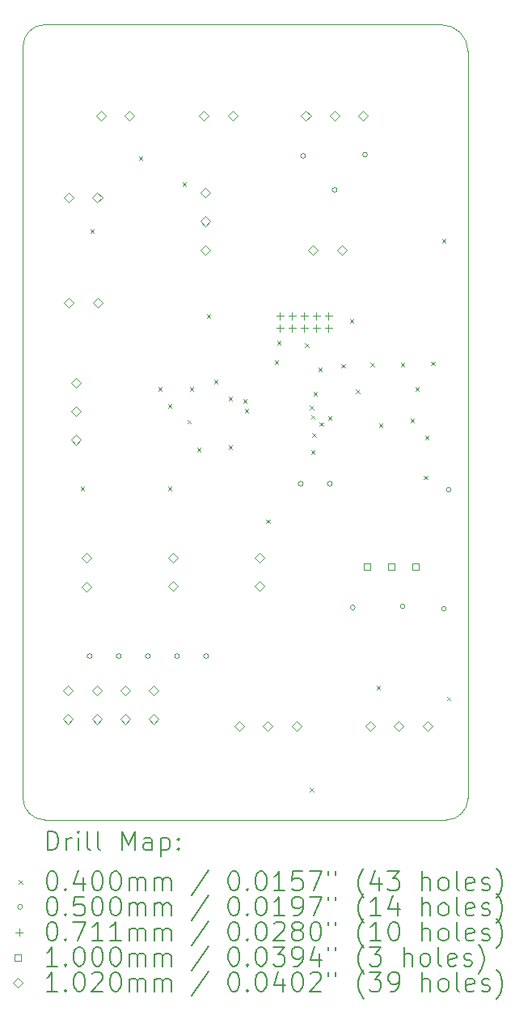
<source format=gbr>
%TF.GenerationSoftware,KiCad,Pcbnew,7.0.7*%
%TF.CreationDate,2024-05-10T07:30:10-05:00*%
%TF.ProjectId,WaterBlasterV2,57617465-7242-46c6-9173-74657256322e,rev?*%
%TF.SameCoordinates,Original*%
%TF.FileFunction,Drillmap*%
%TF.FilePolarity,Positive*%
%FSLAX45Y45*%
G04 Gerber Fmt 4.5, Leading zero omitted, Abs format (unit mm)*
G04 Created by KiCad (PCBNEW 7.0.7) date 2024-05-10 07:30:10*
%MOMM*%
%LPD*%
G01*
G04 APERTURE LIST*
%ADD10C,0.100000*%
%ADD11C,0.200000*%
%ADD12C,0.040000*%
%ADD13C,0.050000*%
%ADD14C,0.071120*%
%ADD15C,0.102000*%
G04 APERTURE END LIST*
D10*
X9639300Y-13601700D02*
X9639300Y-5740400D01*
X14071600Y-13830300D02*
X9867900Y-13830300D01*
X14300200Y-5791200D02*
X14300200Y-13601700D01*
X9867900Y-5511800D02*
X14020800Y-5511800D01*
X14300200Y-5791200D02*
G75*
G03*
X14020800Y-5511800I-279400J0D01*
G01*
X9867900Y-5511800D02*
G75*
G03*
X9639300Y-5740400I0J-228600D01*
G01*
X9639300Y-13601700D02*
G75*
G03*
X9867900Y-13830300I228600J0D01*
G01*
X14071600Y-13830300D02*
G75*
G03*
X14300200Y-13601700I0J228600D01*
G01*
D11*
D12*
X10241600Y-10343200D02*
X10281600Y-10383200D01*
X10281600Y-10343200D02*
X10241600Y-10383200D01*
X10343200Y-7650800D02*
X10383200Y-7690800D01*
X10383200Y-7650800D02*
X10343200Y-7690800D01*
X10851200Y-6888800D02*
X10891200Y-6928800D01*
X10891200Y-6888800D02*
X10851200Y-6928800D01*
X11054400Y-9301800D02*
X11094400Y-9341800D01*
X11094400Y-9301800D02*
X11054400Y-9341800D01*
X11156000Y-9479600D02*
X11196000Y-9519600D01*
X11196000Y-9479600D02*
X11156000Y-9519600D01*
X11156000Y-10343200D02*
X11196000Y-10383200D01*
X11196000Y-10343200D02*
X11156000Y-10383200D01*
X11308400Y-7157850D02*
X11348400Y-7197850D01*
X11348400Y-7157850D02*
X11308400Y-7197850D01*
X11359200Y-9644700D02*
X11399200Y-9684700D01*
X11399200Y-9644700D02*
X11359200Y-9684700D01*
X11384600Y-9301800D02*
X11424600Y-9341800D01*
X11424600Y-9301800D02*
X11384600Y-9341800D01*
X11460800Y-9936800D02*
X11500800Y-9976800D01*
X11500800Y-9936800D02*
X11460800Y-9976800D01*
X11562400Y-8539800D02*
X11602400Y-8579800D01*
X11602400Y-8539800D02*
X11562400Y-8579800D01*
X11638600Y-9225600D02*
X11678600Y-9265600D01*
X11678600Y-9225600D02*
X11638600Y-9265600D01*
X11791000Y-9403400D02*
X11831000Y-9443400D01*
X11831000Y-9403400D02*
X11791000Y-9443400D01*
X11791000Y-9911400D02*
X11831000Y-9951400D01*
X11831000Y-9911400D02*
X11791000Y-9951400D01*
X11943400Y-9428800D02*
X11983400Y-9468800D01*
X11983400Y-9428800D02*
X11943400Y-9468800D01*
X11961125Y-9530400D02*
X12001125Y-9570400D01*
X12001125Y-9530400D02*
X11961125Y-9570400D01*
X12184700Y-10686100D02*
X12224700Y-10726100D01*
X12224700Y-10686100D02*
X12184700Y-10726100D01*
X12273600Y-9022400D02*
X12313600Y-9062400D01*
X12313600Y-9022400D02*
X12273600Y-9062400D01*
X12299000Y-8819200D02*
X12339000Y-8859200D01*
X12339000Y-8819200D02*
X12299000Y-8859200D01*
X12591100Y-8844600D02*
X12631100Y-8884600D01*
X12631100Y-8844600D02*
X12591100Y-8884600D01*
X12640465Y-9494954D02*
X12680465Y-9534954D01*
X12680465Y-9494954D02*
X12640465Y-9534954D01*
X12641900Y-13492800D02*
X12681900Y-13532800D01*
X12681900Y-13492800D02*
X12641900Y-13532800D01*
X12654600Y-9593900D02*
X12694600Y-9633900D01*
X12694600Y-9593900D02*
X12654600Y-9633900D01*
X12654600Y-9962200D02*
X12694600Y-10002200D01*
X12694600Y-9962200D02*
X12654600Y-10002200D01*
X12667300Y-9784400D02*
X12707300Y-9824400D01*
X12707300Y-9784400D02*
X12667300Y-9824400D01*
X12680000Y-9352600D02*
X12720000Y-9392600D01*
X12720000Y-9352600D02*
X12680000Y-9392600D01*
X12730800Y-9098600D02*
X12770800Y-9138600D01*
X12770800Y-9098600D02*
X12730800Y-9138600D01*
X12746029Y-9671400D02*
X12786029Y-9711400D01*
X12786029Y-9671400D02*
X12746029Y-9711400D01*
X12832400Y-9606600D02*
X12872400Y-9646600D01*
X12872400Y-9606600D02*
X12832400Y-9646600D01*
X12972100Y-9060500D02*
X13012100Y-9100500D01*
X13012100Y-9060500D02*
X12972100Y-9100500D01*
X13061000Y-8590600D02*
X13101000Y-8630600D01*
X13101000Y-8590600D02*
X13061000Y-8630600D01*
X13124500Y-9327200D02*
X13164500Y-9367200D01*
X13164500Y-9327200D02*
X13124500Y-9367200D01*
X13276900Y-9047800D02*
X13316900Y-9087800D01*
X13316900Y-9047800D02*
X13276900Y-9087800D01*
X13340400Y-12426000D02*
X13380400Y-12466000D01*
X13380400Y-12426000D02*
X13340400Y-12466000D01*
X13365800Y-9682800D02*
X13405800Y-9722800D01*
X13405800Y-9682800D02*
X13365800Y-9722800D01*
X13594400Y-9047800D02*
X13634400Y-9087800D01*
X13634400Y-9047800D02*
X13594400Y-9087800D01*
X13696000Y-9632000D02*
X13736000Y-9672000D01*
X13736000Y-9632000D02*
X13696000Y-9672000D01*
X13746800Y-9301800D02*
X13786800Y-9341800D01*
X13786800Y-9301800D02*
X13746800Y-9341800D01*
X13835700Y-10228900D02*
X13875700Y-10268900D01*
X13875700Y-10228900D02*
X13835700Y-10268900D01*
X13848400Y-9809800D02*
X13888400Y-9849800D01*
X13888400Y-9809800D02*
X13848400Y-9849800D01*
X13911900Y-9035100D02*
X13951900Y-9075100D01*
X13951900Y-9035100D02*
X13911900Y-9075100D01*
X14026200Y-7752400D02*
X14066200Y-7792400D01*
X14066200Y-7752400D02*
X14026200Y-7792400D01*
X14077000Y-12540300D02*
X14117000Y-12580300D01*
X14117000Y-12540300D02*
X14077000Y-12580300D01*
D13*
X10362800Y-12115800D02*
G75*
G03*
X10362800Y-12115800I-25000J0D01*
G01*
X10667600Y-12115800D02*
G75*
G03*
X10667600Y-12115800I-25000J0D01*
G01*
X10972400Y-12115800D02*
G75*
G03*
X10972400Y-12115800I-25000J0D01*
G01*
X11277400Y-12115800D02*
G75*
G03*
X11277400Y-12115800I-25000J0D01*
G01*
X11582000Y-12115800D02*
G75*
G03*
X11582000Y-12115800I-25000J0D01*
G01*
X12572600Y-10312400D02*
G75*
G03*
X12572600Y-10312400I-25000J0D01*
G01*
X12598000Y-6883400D02*
G75*
G03*
X12598000Y-6883400I-25000J0D01*
G01*
X12877400Y-10312400D02*
G75*
G03*
X12877400Y-10312400I-25000J0D01*
G01*
X12928200Y-7239000D02*
G75*
G03*
X12928200Y-7239000I-25000J0D01*
G01*
X13118700Y-11607800D02*
G75*
G03*
X13118700Y-11607800I-25000J0D01*
G01*
X13245700Y-6870700D02*
G75*
G03*
X13245700Y-6870700I-25000J0D01*
G01*
X13639400Y-11595100D02*
G75*
G03*
X13639400Y-11595100I-25000J0D01*
G01*
X14071200Y-11620500D02*
G75*
G03*
X14071200Y-11620500I-25000J0D01*
G01*
X14122000Y-10375900D02*
G75*
G03*
X14122000Y-10375900I-25000J0D01*
G01*
D14*
X12331700Y-8524240D02*
X12331700Y-8595360D01*
X12296140Y-8559800D02*
X12367260Y-8559800D01*
X12331700Y-8651240D02*
X12331700Y-8722360D01*
X12296140Y-8686800D02*
X12367260Y-8686800D01*
X12458700Y-8524240D02*
X12458700Y-8595360D01*
X12423140Y-8559800D02*
X12494260Y-8559800D01*
X12458700Y-8651240D02*
X12458700Y-8722360D01*
X12423140Y-8686800D02*
X12494260Y-8686800D01*
X12585700Y-8524240D02*
X12585700Y-8595360D01*
X12550140Y-8559800D02*
X12621260Y-8559800D01*
X12585700Y-8651240D02*
X12585700Y-8722360D01*
X12550140Y-8686800D02*
X12621260Y-8686800D01*
X12712700Y-8524240D02*
X12712700Y-8595360D01*
X12677140Y-8559800D02*
X12748260Y-8559800D01*
X12712700Y-8651240D02*
X12712700Y-8722360D01*
X12677140Y-8686800D02*
X12748260Y-8686800D01*
X12839700Y-8524240D02*
X12839700Y-8595360D01*
X12804140Y-8559800D02*
X12875260Y-8559800D01*
X12839700Y-8651240D02*
X12839700Y-8722360D01*
X12804140Y-8686800D02*
X12875260Y-8686800D01*
D10*
X13278056Y-11216206D02*
X13278056Y-11145494D01*
X13207344Y-11145494D01*
X13207344Y-11216206D01*
X13278056Y-11216206D01*
X13532056Y-11216206D02*
X13532056Y-11145494D01*
X13461344Y-11145494D01*
X13461344Y-11216206D01*
X13532056Y-11216206D01*
X13786056Y-11216206D02*
X13786056Y-11145494D01*
X13715344Y-11145494D01*
X13715344Y-11216206D01*
X13786056Y-11216206D01*
D15*
X10110900Y-12527200D02*
X10161900Y-12476200D01*
X10110900Y-12425200D01*
X10059900Y-12476200D01*
X10110900Y-12527200D01*
X10110900Y-12827200D02*
X10161900Y-12776200D01*
X10110900Y-12725200D01*
X10059900Y-12776200D01*
X10110900Y-12827200D01*
X10118800Y-7371700D02*
X10169800Y-7320700D01*
X10118800Y-7269700D01*
X10067800Y-7320700D01*
X10118800Y-7371700D01*
X10121900Y-8471100D02*
X10172900Y-8420100D01*
X10121900Y-8369100D01*
X10070900Y-8420100D01*
X10121900Y-8471100D01*
X10198100Y-9306200D02*
X10249100Y-9255200D01*
X10198100Y-9204200D01*
X10147100Y-9255200D01*
X10198100Y-9306200D01*
X10198100Y-9606200D02*
X10249100Y-9555200D01*
X10198100Y-9504200D01*
X10147100Y-9555200D01*
X10198100Y-9606200D01*
X10198100Y-9906200D02*
X10249100Y-9855200D01*
X10198100Y-9804200D01*
X10147100Y-9855200D01*
X10198100Y-9906200D01*
X10306300Y-11140500D02*
X10357300Y-11089500D01*
X10306300Y-11038500D01*
X10255300Y-11089500D01*
X10306300Y-11140500D01*
X10306300Y-11440500D02*
X10357300Y-11389500D01*
X10306300Y-11338500D01*
X10255300Y-11389500D01*
X10306300Y-11440500D01*
X10410900Y-12527200D02*
X10461900Y-12476200D01*
X10410900Y-12425200D01*
X10359900Y-12476200D01*
X10410900Y-12527200D01*
X10410900Y-12827200D02*
X10461900Y-12776200D01*
X10410900Y-12725200D01*
X10359900Y-12776200D01*
X10410900Y-12827200D01*
X10418800Y-7371700D02*
X10469800Y-7320700D01*
X10418800Y-7269700D01*
X10367800Y-7320700D01*
X10418800Y-7371700D01*
X10421900Y-8471100D02*
X10472900Y-8420100D01*
X10421900Y-8369100D01*
X10370900Y-8420100D01*
X10421900Y-8471100D01*
X10454500Y-6518600D02*
X10505500Y-6467600D01*
X10454500Y-6416600D01*
X10403500Y-6467600D01*
X10454500Y-6518600D01*
X10710900Y-12527200D02*
X10761900Y-12476200D01*
X10710900Y-12425200D01*
X10659900Y-12476200D01*
X10710900Y-12527200D01*
X10710900Y-12827200D02*
X10761900Y-12776200D01*
X10710900Y-12725200D01*
X10659900Y-12776200D01*
X10710900Y-12827200D01*
X10754500Y-6518600D02*
X10805500Y-6467600D01*
X10754500Y-6416600D01*
X10703500Y-6467600D01*
X10754500Y-6518600D01*
X11010900Y-12527200D02*
X11061900Y-12476200D01*
X11010900Y-12425200D01*
X10959900Y-12476200D01*
X11010900Y-12527200D01*
X11010900Y-12827200D02*
X11061900Y-12776200D01*
X11010900Y-12725200D01*
X10959900Y-12776200D01*
X11010900Y-12827200D01*
X11214100Y-11138100D02*
X11265100Y-11087100D01*
X11214100Y-11036100D01*
X11163100Y-11087100D01*
X11214100Y-11138100D01*
X11214100Y-11438100D02*
X11265100Y-11387100D01*
X11214100Y-11336100D01*
X11163100Y-11387100D01*
X11214100Y-11438100D01*
X11534000Y-6518600D02*
X11585000Y-6467600D01*
X11534000Y-6416600D01*
X11483000Y-6467600D01*
X11534000Y-6518600D01*
X11550900Y-7320200D02*
X11601900Y-7269200D01*
X11550900Y-7218200D01*
X11499900Y-7269200D01*
X11550900Y-7320200D01*
X11550900Y-7620200D02*
X11601900Y-7569200D01*
X11550900Y-7518200D01*
X11499900Y-7569200D01*
X11550900Y-7620200D01*
X11550900Y-7920200D02*
X11601900Y-7869200D01*
X11550900Y-7818200D01*
X11499900Y-7869200D01*
X11550900Y-7920200D01*
X11834000Y-6518600D02*
X11885000Y-6467600D01*
X11834000Y-6416600D01*
X11783000Y-6467600D01*
X11834000Y-6518600D01*
X11904700Y-12900100D02*
X11955700Y-12849100D01*
X11904700Y-12798100D01*
X11853700Y-12849100D01*
X11904700Y-12900100D01*
X12115800Y-11138100D02*
X12166800Y-11087100D01*
X12115800Y-11036100D01*
X12064800Y-11087100D01*
X12115800Y-11138100D01*
X12115800Y-11438100D02*
X12166800Y-11387100D01*
X12115800Y-11336100D01*
X12064800Y-11387100D01*
X12115800Y-11438100D01*
X12204700Y-12900100D02*
X12255700Y-12849100D01*
X12204700Y-12798100D01*
X12153700Y-12849100D01*
X12204700Y-12900100D01*
X12504700Y-12900100D02*
X12555700Y-12849100D01*
X12504700Y-12798100D01*
X12453700Y-12849100D01*
X12504700Y-12900100D01*
X12603200Y-6518600D02*
X12654200Y-6467600D01*
X12603200Y-6416600D01*
X12552200Y-6467600D01*
X12603200Y-6518600D01*
X12677000Y-7918400D02*
X12728000Y-7867400D01*
X12677000Y-7816400D01*
X12626000Y-7867400D01*
X12677000Y-7918400D01*
X12903200Y-6518600D02*
X12954200Y-6467600D01*
X12903200Y-6416600D01*
X12852200Y-6467600D01*
X12903200Y-6518600D01*
X12977000Y-7918400D02*
X13028000Y-7867400D01*
X12977000Y-7816400D01*
X12926000Y-7867400D01*
X12977000Y-7918400D01*
X13203200Y-6518600D02*
X13254200Y-6467600D01*
X13203200Y-6416600D01*
X13152200Y-6467600D01*
X13203200Y-6518600D01*
X13276300Y-12903200D02*
X13327300Y-12852200D01*
X13276300Y-12801200D01*
X13225300Y-12852200D01*
X13276300Y-12903200D01*
X13576300Y-12903200D02*
X13627300Y-12852200D01*
X13576300Y-12801200D01*
X13525300Y-12852200D01*
X13576300Y-12903200D01*
X13876300Y-12903200D02*
X13927300Y-12852200D01*
X13876300Y-12801200D01*
X13825300Y-12852200D01*
X13876300Y-12903200D01*
D11*
X9895077Y-14146784D02*
X9895077Y-13946784D01*
X9895077Y-13946784D02*
X9942696Y-13946784D01*
X9942696Y-13946784D02*
X9971267Y-13956308D01*
X9971267Y-13956308D02*
X9990315Y-13975355D01*
X9990315Y-13975355D02*
X9999839Y-13994403D01*
X9999839Y-13994403D02*
X10009363Y-14032498D01*
X10009363Y-14032498D02*
X10009363Y-14061069D01*
X10009363Y-14061069D02*
X9999839Y-14099165D01*
X9999839Y-14099165D02*
X9990315Y-14118212D01*
X9990315Y-14118212D02*
X9971267Y-14137260D01*
X9971267Y-14137260D02*
X9942696Y-14146784D01*
X9942696Y-14146784D02*
X9895077Y-14146784D01*
X10095077Y-14146784D02*
X10095077Y-14013450D01*
X10095077Y-14051546D02*
X10104601Y-14032498D01*
X10104601Y-14032498D02*
X10114124Y-14022974D01*
X10114124Y-14022974D02*
X10133172Y-14013450D01*
X10133172Y-14013450D02*
X10152220Y-14013450D01*
X10218886Y-14146784D02*
X10218886Y-14013450D01*
X10218886Y-13946784D02*
X10209363Y-13956308D01*
X10209363Y-13956308D02*
X10218886Y-13965831D01*
X10218886Y-13965831D02*
X10228410Y-13956308D01*
X10228410Y-13956308D02*
X10218886Y-13946784D01*
X10218886Y-13946784D02*
X10218886Y-13965831D01*
X10342696Y-14146784D02*
X10323648Y-14137260D01*
X10323648Y-14137260D02*
X10314124Y-14118212D01*
X10314124Y-14118212D02*
X10314124Y-13946784D01*
X10447458Y-14146784D02*
X10428410Y-14137260D01*
X10428410Y-14137260D02*
X10418886Y-14118212D01*
X10418886Y-14118212D02*
X10418886Y-13946784D01*
X10676029Y-14146784D02*
X10676029Y-13946784D01*
X10676029Y-13946784D02*
X10742696Y-14089641D01*
X10742696Y-14089641D02*
X10809363Y-13946784D01*
X10809363Y-13946784D02*
X10809363Y-14146784D01*
X10990315Y-14146784D02*
X10990315Y-14042022D01*
X10990315Y-14042022D02*
X10980791Y-14022974D01*
X10980791Y-14022974D02*
X10961744Y-14013450D01*
X10961744Y-14013450D02*
X10923648Y-14013450D01*
X10923648Y-14013450D02*
X10904601Y-14022974D01*
X10990315Y-14137260D02*
X10971267Y-14146784D01*
X10971267Y-14146784D02*
X10923648Y-14146784D01*
X10923648Y-14146784D02*
X10904601Y-14137260D01*
X10904601Y-14137260D02*
X10895077Y-14118212D01*
X10895077Y-14118212D02*
X10895077Y-14099165D01*
X10895077Y-14099165D02*
X10904601Y-14080117D01*
X10904601Y-14080117D02*
X10923648Y-14070593D01*
X10923648Y-14070593D02*
X10971267Y-14070593D01*
X10971267Y-14070593D02*
X10990315Y-14061069D01*
X11085553Y-14013450D02*
X11085553Y-14213450D01*
X11085553Y-14022974D02*
X11104601Y-14013450D01*
X11104601Y-14013450D02*
X11142696Y-14013450D01*
X11142696Y-14013450D02*
X11161744Y-14022974D01*
X11161744Y-14022974D02*
X11171267Y-14032498D01*
X11171267Y-14032498D02*
X11180791Y-14051546D01*
X11180791Y-14051546D02*
X11180791Y-14108688D01*
X11180791Y-14108688D02*
X11171267Y-14127736D01*
X11171267Y-14127736D02*
X11161744Y-14137260D01*
X11161744Y-14137260D02*
X11142696Y-14146784D01*
X11142696Y-14146784D02*
X11104601Y-14146784D01*
X11104601Y-14146784D02*
X11085553Y-14137260D01*
X11266505Y-14127736D02*
X11276029Y-14137260D01*
X11276029Y-14137260D02*
X11266505Y-14146784D01*
X11266505Y-14146784D02*
X11256982Y-14137260D01*
X11256982Y-14137260D02*
X11266505Y-14127736D01*
X11266505Y-14127736D02*
X11266505Y-14146784D01*
X11266505Y-14022974D02*
X11276029Y-14032498D01*
X11276029Y-14032498D02*
X11266505Y-14042022D01*
X11266505Y-14042022D02*
X11256982Y-14032498D01*
X11256982Y-14032498D02*
X11266505Y-14022974D01*
X11266505Y-14022974D02*
X11266505Y-14042022D01*
D12*
X9594300Y-14455300D02*
X9634300Y-14495300D01*
X9634300Y-14455300D02*
X9594300Y-14495300D01*
D11*
X9933172Y-14366784D02*
X9952220Y-14366784D01*
X9952220Y-14366784D02*
X9971267Y-14376308D01*
X9971267Y-14376308D02*
X9980791Y-14385831D01*
X9980791Y-14385831D02*
X9990315Y-14404879D01*
X9990315Y-14404879D02*
X9999839Y-14442974D01*
X9999839Y-14442974D02*
X9999839Y-14490593D01*
X9999839Y-14490593D02*
X9990315Y-14528688D01*
X9990315Y-14528688D02*
X9980791Y-14547736D01*
X9980791Y-14547736D02*
X9971267Y-14557260D01*
X9971267Y-14557260D02*
X9952220Y-14566784D01*
X9952220Y-14566784D02*
X9933172Y-14566784D01*
X9933172Y-14566784D02*
X9914124Y-14557260D01*
X9914124Y-14557260D02*
X9904601Y-14547736D01*
X9904601Y-14547736D02*
X9895077Y-14528688D01*
X9895077Y-14528688D02*
X9885553Y-14490593D01*
X9885553Y-14490593D02*
X9885553Y-14442974D01*
X9885553Y-14442974D02*
X9895077Y-14404879D01*
X9895077Y-14404879D02*
X9904601Y-14385831D01*
X9904601Y-14385831D02*
X9914124Y-14376308D01*
X9914124Y-14376308D02*
X9933172Y-14366784D01*
X10085553Y-14547736D02*
X10095077Y-14557260D01*
X10095077Y-14557260D02*
X10085553Y-14566784D01*
X10085553Y-14566784D02*
X10076029Y-14557260D01*
X10076029Y-14557260D02*
X10085553Y-14547736D01*
X10085553Y-14547736D02*
X10085553Y-14566784D01*
X10266505Y-14433450D02*
X10266505Y-14566784D01*
X10218886Y-14357260D02*
X10171267Y-14500117D01*
X10171267Y-14500117D02*
X10295077Y-14500117D01*
X10409363Y-14366784D02*
X10428410Y-14366784D01*
X10428410Y-14366784D02*
X10447458Y-14376308D01*
X10447458Y-14376308D02*
X10456982Y-14385831D01*
X10456982Y-14385831D02*
X10466505Y-14404879D01*
X10466505Y-14404879D02*
X10476029Y-14442974D01*
X10476029Y-14442974D02*
X10476029Y-14490593D01*
X10476029Y-14490593D02*
X10466505Y-14528688D01*
X10466505Y-14528688D02*
X10456982Y-14547736D01*
X10456982Y-14547736D02*
X10447458Y-14557260D01*
X10447458Y-14557260D02*
X10428410Y-14566784D01*
X10428410Y-14566784D02*
X10409363Y-14566784D01*
X10409363Y-14566784D02*
X10390315Y-14557260D01*
X10390315Y-14557260D02*
X10380791Y-14547736D01*
X10380791Y-14547736D02*
X10371267Y-14528688D01*
X10371267Y-14528688D02*
X10361744Y-14490593D01*
X10361744Y-14490593D02*
X10361744Y-14442974D01*
X10361744Y-14442974D02*
X10371267Y-14404879D01*
X10371267Y-14404879D02*
X10380791Y-14385831D01*
X10380791Y-14385831D02*
X10390315Y-14376308D01*
X10390315Y-14376308D02*
X10409363Y-14366784D01*
X10599839Y-14366784D02*
X10618886Y-14366784D01*
X10618886Y-14366784D02*
X10637934Y-14376308D01*
X10637934Y-14376308D02*
X10647458Y-14385831D01*
X10647458Y-14385831D02*
X10656982Y-14404879D01*
X10656982Y-14404879D02*
X10666505Y-14442974D01*
X10666505Y-14442974D02*
X10666505Y-14490593D01*
X10666505Y-14490593D02*
X10656982Y-14528688D01*
X10656982Y-14528688D02*
X10647458Y-14547736D01*
X10647458Y-14547736D02*
X10637934Y-14557260D01*
X10637934Y-14557260D02*
X10618886Y-14566784D01*
X10618886Y-14566784D02*
X10599839Y-14566784D01*
X10599839Y-14566784D02*
X10580791Y-14557260D01*
X10580791Y-14557260D02*
X10571267Y-14547736D01*
X10571267Y-14547736D02*
X10561744Y-14528688D01*
X10561744Y-14528688D02*
X10552220Y-14490593D01*
X10552220Y-14490593D02*
X10552220Y-14442974D01*
X10552220Y-14442974D02*
X10561744Y-14404879D01*
X10561744Y-14404879D02*
X10571267Y-14385831D01*
X10571267Y-14385831D02*
X10580791Y-14376308D01*
X10580791Y-14376308D02*
X10599839Y-14366784D01*
X10752220Y-14566784D02*
X10752220Y-14433450D01*
X10752220Y-14452498D02*
X10761744Y-14442974D01*
X10761744Y-14442974D02*
X10780791Y-14433450D01*
X10780791Y-14433450D02*
X10809363Y-14433450D01*
X10809363Y-14433450D02*
X10828410Y-14442974D01*
X10828410Y-14442974D02*
X10837934Y-14462022D01*
X10837934Y-14462022D02*
X10837934Y-14566784D01*
X10837934Y-14462022D02*
X10847458Y-14442974D01*
X10847458Y-14442974D02*
X10866505Y-14433450D01*
X10866505Y-14433450D02*
X10895077Y-14433450D01*
X10895077Y-14433450D02*
X10914125Y-14442974D01*
X10914125Y-14442974D02*
X10923648Y-14462022D01*
X10923648Y-14462022D02*
X10923648Y-14566784D01*
X11018886Y-14566784D02*
X11018886Y-14433450D01*
X11018886Y-14452498D02*
X11028410Y-14442974D01*
X11028410Y-14442974D02*
X11047458Y-14433450D01*
X11047458Y-14433450D02*
X11076029Y-14433450D01*
X11076029Y-14433450D02*
X11095077Y-14442974D01*
X11095077Y-14442974D02*
X11104601Y-14462022D01*
X11104601Y-14462022D02*
X11104601Y-14566784D01*
X11104601Y-14462022D02*
X11114125Y-14442974D01*
X11114125Y-14442974D02*
X11133172Y-14433450D01*
X11133172Y-14433450D02*
X11161744Y-14433450D01*
X11161744Y-14433450D02*
X11180791Y-14442974D01*
X11180791Y-14442974D02*
X11190315Y-14462022D01*
X11190315Y-14462022D02*
X11190315Y-14566784D01*
X11580791Y-14357260D02*
X11409363Y-14614403D01*
X11837934Y-14366784D02*
X11856982Y-14366784D01*
X11856982Y-14366784D02*
X11876029Y-14376308D01*
X11876029Y-14376308D02*
X11885553Y-14385831D01*
X11885553Y-14385831D02*
X11895077Y-14404879D01*
X11895077Y-14404879D02*
X11904601Y-14442974D01*
X11904601Y-14442974D02*
X11904601Y-14490593D01*
X11904601Y-14490593D02*
X11895077Y-14528688D01*
X11895077Y-14528688D02*
X11885553Y-14547736D01*
X11885553Y-14547736D02*
X11876029Y-14557260D01*
X11876029Y-14557260D02*
X11856982Y-14566784D01*
X11856982Y-14566784D02*
X11837934Y-14566784D01*
X11837934Y-14566784D02*
X11818886Y-14557260D01*
X11818886Y-14557260D02*
X11809363Y-14547736D01*
X11809363Y-14547736D02*
X11799839Y-14528688D01*
X11799839Y-14528688D02*
X11790315Y-14490593D01*
X11790315Y-14490593D02*
X11790315Y-14442974D01*
X11790315Y-14442974D02*
X11799839Y-14404879D01*
X11799839Y-14404879D02*
X11809363Y-14385831D01*
X11809363Y-14385831D02*
X11818886Y-14376308D01*
X11818886Y-14376308D02*
X11837934Y-14366784D01*
X11990315Y-14547736D02*
X11999839Y-14557260D01*
X11999839Y-14557260D02*
X11990315Y-14566784D01*
X11990315Y-14566784D02*
X11980791Y-14557260D01*
X11980791Y-14557260D02*
X11990315Y-14547736D01*
X11990315Y-14547736D02*
X11990315Y-14566784D01*
X12123648Y-14366784D02*
X12142696Y-14366784D01*
X12142696Y-14366784D02*
X12161744Y-14376308D01*
X12161744Y-14376308D02*
X12171267Y-14385831D01*
X12171267Y-14385831D02*
X12180791Y-14404879D01*
X12180791Y-14404879D02*
X12190315Y-14442974D01*
X12190315Y-14442974D02*
X12190315Y-14490593D01*
X12190315Y-14490593D02*
X12180791Y-14528688D01*
X12180791Y-14528688D02*
X12171267Y-14547736D01*
X12171267Y-14547736D02*
X12161744Y-14557260D01*
X12161744Y-14557260D02*
X12142696Y-14566784D01*
X12142696Y-14566784D02*
X12123648Y-14566784D01*
X12123648Y-14566784D02*
X12104601Y-14557260D01*
X12104601Y-14557260D02*
X12095077Y-14547736D01*
X12095077Y-14547736D02*
X12085553Y-14528688D01*
X12085553Y-14528688D02*
X12076029Y-14490593D01*
X12076029Y-14490593D02*
X12076029Y-14442974D01*
X12076029Y-14442974D02*
X12085553Y-14404879D01*
X12085553Y-14404879D02*
X12095077Y-14385831D01*
X12095077Y-14385831D02*
X12104601Y-14376308D01*
X12104601Y-14376308D02*
X12123648Y-14366784D01*
X12380791Y-14566784D02*
X12266506Y-14566784D01*
X12323648Y-14566784D02*
X12323648Y-14366784D01*
X12323648Y-14366784D02*
X12304601Y-14395355D01*
X12304601Y-14395355D02*
X12285553Y-14414403D01*
X12285553Y-14414403D02*
X12266506Y-14423927D01*
X12561744Y-14366784D02*
X12466506Y-14366784D01*
X12466506Y-14366784D02*
X12456982Y-14462022D01*
X12456982Y-14462022D02*
X12466506Y-14452498D01*
X12466506Y-14452498D02*
X12485553Y-14442974D01*
X12485553Y-14442974D02*
X12533172Y-14442974D01*
X12533172Y-14442974D02*
X12552220Y-14452498D01*
X12552220Y-14452498D02*
X12561744Y-14462022D01*
X12561744Y-14462022D02*
X12571267Y-14481069D01*
X12571267Y-14481069D02*
X12571267Y-14528688D01*
X12571267Y-14528688D02*
X12561744Y-14547736D01*
X12561744Y-14547736D02*
X12552220Y-14557260D01*
X12552220Y-14557260D02*
X12533172Y-14566784D01*
X12533172Y-14566784D02*
X12485553Y-14566784D01*
X12485553Y-14566784D02*
X12466506Y-14557260D01*
X12466506Y-14557260D02*
X12456982Y-14547736D01*
X12637934Y-14366784D02*
X12771267Y-14366784D01*
X12771267Y-14366784D02*
X12685553Y-14566784D01*
X12837934Y-14366784D02*
X12837934Y-14404879D01*
X12914125Y-14366784D02*
X12914125Y-14404879D01*
X13209363Y-14642974D02*
X13199839Y-14633450D01*
X13199839Y-14633450D02*
X13180791Y-14604879D01*
X13180791Y-14604879D02*
X13171268Y-14585831D01*
X13171268Y-14585831D02*
X13161744Y-14557260D01*
X13161744Y-14557260D02*
X13152220Y-14509641D01*
X13152220Y-14509641D02*
X13152220Y-14471546D01*
X13152220Y-14471546D02*
X13161744Y-14423927D01*
X13161744Y-14423927D02*
X13171268Y-14395355D01*
X13171268Y-14395355D02*
X13180791Y-14376308D01*
X13180791Y-14376308D02*
X13199839Y-14347736D01*
X13199839Y-14347736D02*
X13209363Y-14338212D01*
X13371268Y-14433450D02*
X13371268Y-14566784D01*
X13323648Y-14357260D02*
X13276029Y-14500117D01*
X13276029Y-14500117D02*
X13399839Y-14500117D01*
X13456982Y-14366784D02*
X13580791Y-14366784D01*
X13580791Y-14366784D02*
X13514125Y-14442974D01*
X13514125Y-14442974D02*
X13542696Y-14442974D01*
X13542696Y-14442974D02*
X13561744Y-14452498D01*
X13561744Y-14452498D02*
X13571268Y-14462022D01*
X13571268Y-14462022D02*
X13580791Y-14481069D01*
X13580791Y-14481069D02*
X13580791Y-14528688D01*
X13580791Y-14528688D02*
X13571268Y-14547736D01*
X13571268Y-14547736D02*
X13561744Y-14557260D01*
X13561744Y-14557260D02*
X13542696Y-14566784D01*
X13542696Y-14566784D02*
X13485553Y-14566784D01*
X13485553Y-14566784D02*
X13466506Y-14557260D01*
X13466506Y-14557260D02*
X13456982Y-14547736D01*
X13818887Y-14566784D02*
X13818887Y-14366784D01*
X13904601Y-14566784D02*
X13904601Y-14462022D01*
X13904601Y-14462022D02*
X13895077Y-14442974D01*
X13895077Y-14442974D02*
X13876030Y-14433450D01*
X13876030Y-14433450D02*
X13847458Y-14433450D01*
X13847458Y-14433450D02*
X13828410Y-14442974D01*
X13828410Y-14442974D02*
X13818887Y-14452498D01*
X14028410Y-14566784D02*
X14009363Y-14557260D01*
X14009363Y-14557260D02*
X13999839Y-14547736D01*
X13999839Y-14547736D02*
X13990315Y-14528688D01*
X13990315Y-14528688D02*
X13990315Y-14471546D01*
X13990315Y-14471546D02*
X13999839Y-14452498D01*
X13999839Y-14452498D02*
X14009363Y-14442974D01*
X14009363Y-14442974D02*
X14028410Y-14433450D01*
X14028410Y-14433450D02*
X14056982Y-14433450D01*
X14056982Y-14433450D02*
X14076030Y-14442974D01*
X14076030Y-14442974D02*
X14085553Y-14452498D01*
X14085553Y-14452498D02*
X14095077Y-14471546D01*
X14095077Y-14471546D02*
X14095077Y-14528688D01*
X14095077Y-14528688D02*
X14085553Y-14547736D01*
X14085553Y-14547736D02*
X14076030Y-14557260D01*
X14076030Y-14557260D02*
X14056982Y-14566784D01*
X14056982Y-14566784D02*
X14028410Y-14566784D01*
X14209363Y-14566784D02*
X14190315Y-14557260D01*
X14190315Y-14557260D02*
X14180791Y-14538212D01*
X14180791Y-14538212D02*
X14180791Y-14366784D01*
X14361744Y-14557260D02*
X14342696Y-14566784D01*
X14342696Y-14566784D02*
X14304601Y-14566784D01*
X14304601Y-14566784D02*
X14285553Y-14557260D01*
X14285553Y-14557260D02*
X14276030Y-14538212D01*
X14276030Y-14538212D02*
X14276030Y-14462022D01*
X14276030Y-14462022D02*
X14285553Y-14442974D01*
X14285553Y-14442974D02*
X14304601Y-14433450D01*
X14304601Y-14433450D02*
X14342696Y-14433450D01*
X14342696Y-14433450D02*
X14361744Y-14442974D01*
X14361744Y-14442974D02*
X14371268Y-14462022D01*
X14371268Y-14462022D02*
X14371268Y-14481069D01*
X14371268Y-14481069D02*
X14276030Y-14500117D01*
X14447458Y-14557260D02*
X14466506Y-14566784D01*
X14466506Y-14566784D02*
X14504601Y-14566784D01*
X14504601Y-14566784D02*
X14523649Y-14557260D01*
X14523649Y-14557260D02*
X14533172Y-14538212D01*
X14533172Y-14538212D02*
X14533172Y-14528688D01*
X14533172Y-14528688D02*
X14523649Y-14509641D01*
X14523649Y-14509641D02*
X14504601Y-14500117D01*
X14504601Y-14500117D02*
X14476030Y-14500117D01*
X14476030Y-14500117D02*
X14456982Y-14490593D01*
X14456982Y-14490593D02*
X14447458Y-14471546D01*
X14447458Y-14471546D02*
X14447458Y-14462022D01*
X14447458Y-14462022D02*
X14456982Y-14442974D01*
X14456982Y-14442974D02*
X14476030Y-14433450D01*
X14476030Y-14433450D02*
X14504601Y-14433450D01*
X14504601Y-14433450D02*
X14523649Y-14442974D01*
X14599839Y-14642974D02*
X14609363Y-14633450D01*
X14609363Y-14633450D02*
X14628411Y-14604879D01*
X14628411Y-14604879D02*
X14637934Y-14585831D01*
X14637934Y-14585831D02*
X14647458Y-14557260D01*
X14647458Y-14557260D02*
X14656982Y-14509641D01*
X14656982Y-14509641D02*
X14656982Y-14471546D01*
X14656982Y-14471546D02*
X14647458Y-14423927D01*
X14647458Y-14423927D02*
X14637934Y-14395355D01*
X14637934Y-14395355D02*
X14628411Y-14376308D01*
X14628411Y-14376308D02*
X14609363Y-14347736D01*
X14609363Y-14347736D02*
X14599839Y-14338212D01*
D13*
X9634300Y-14739300D02*
G75*
G03*
X9634300Y-14739300I-25000J0D01*
G01*
D11*
X9933172Y-14630784D02*
X9952220Y-14630784D01*
X9952220Y-14630784D02*
X9971267Y-14640308D01*
X9971267Y-14640308D02*
X9980791Y-14649831D01*
X9980791Y-14649831D02*
X9990315Y-14668879D01*
X9990315Y-14668879D02*
X9999839Y-14706974D01*
X9999839Y-14706974D02*
X9999839Y-14754593D01*
X9999839Y-14754593D02*
X9990315Y-14792688D01*
X9990315Y-14792688D02*
X9980791Y-14811736D01*
X9980791Y-14811736D02*
X9971267Y-14821260D01*
X9971267Y-14821260D02*
X9952220Y-14830784D01*
X9952220Y-14830784D02*
X9933172Y-14830784D01*
X9933172Y-14830784D02*
X9914124Y-14821260D01*
X9914124Y-14821260D02*
X9904601Y-14811736D01*
X9904601Y-14811736D02*
X9895077Y-14792688D01*
X9895077Y-14792688D02*
X9885553Y-14754593D01*
X9885553Y-14754593D02*
X9885553Y-14706974D01*
X9885553Y-14706974D02*
X9895077Y-14668879D01*
X9895077Y-14668879D02*
X9904601Y-14649831D01*
X9904601Y-14649831D02*
X9914124Y-14640308D01*
X9914124Y-14640308D02*
X9933172Y-14630784D01*
X10085553Y-14811736D02*
X10095077Y-14821260D01*
X10095077Y-14821260D02*
X10085553Y-14830784D01*
X10085553Y-14830784D02*
X10076029Y-14821260D01*
X10076029Y-14821260D02*
X10085553Y-14811736D01*
X10085553Y-14811736D02*
X10085553Y-14830784D01*
X10276029Y-14630784D02*
X10180791Y-14630784D01*
X10180791Y-14630784D02*
X10171267Y-14726022D01*
X10171267Y-14726022D02*
X10180791Y-14716498D01*
X10180791Y-14716498D02*
X10199839Y-14706974D01*
X10199839Y-14706974D02*
X10247458Y-14706974D01*
X10247458Y-14706974D02*
X10266505Y-14716498D01*
X10266505Y-14716498D02*
X10276029Y-14726022D01*
X10276029Y-14726022D02*
X10285553Y-14745069D01*
X10285553Y-14745069D02*
X10285553Y-14792688D01*
X10285553Y-14792688D02*
X10276029Y-14811736D01*
X10276029Y-14811736D02*
X10266505Y-14821260D01*
X10266505Y-14821260D02*
X10247458Y-14830784D01*
X10247458Y-14830784D02*
X10199839Y-14830784D01*
X10199839Y-14830784D02*
X10180791Y-14821260D01*
X10180791Y-14821260D02*
X10171267Y-14811736D01*
X10409363Y-14630784D02*
X10428410Y-14630784D01*
X10428410Y-14630784D02*
X10447458Y-14640308D01*
X10447458Y-14640308D02*
X10456982Y-14649831D01*
X10456982Y-14649831D02*
X10466505Y-14668879D01*
X10466505Y-14668879D02*
X10476029Y-14706974D01*
X10476029Y-14706974D02*
X10476029Y-14754593D01*
X10476029Y-14754593D02*
X10466505Y-14792688D01*
X10466505Y-14792688D02*
X10456982Y-14811736D01*
X10456982Y-14811736D02*
X10447458Y-14821260D01*
X10447458Y-14821260D02*
X10428410Y-14830784D01*
X10428410Y-14830784D02*
X10409363Y-14830784D01*
X10409363Y-14830784D02*
X10390315Y-14821260D01*
X10390315Y-14821260D02*
X10380791Y-14811736D01*
X10380791Y-14811736D02*
X10371267Y-14792688D01*
X10371267Y-14792688D02*
X10361744Y-14754593D01*
X10361744Y-14754593D02*
X10361744Y-14706974D01*
X10361744Y-14706974D02*
X10371267Y-14668879D01*
X10371267Y-14668879D02*
X10380791Y-14649831D01*
X10380791Y-14649831D02*
X10390315Y-14640308D01*
X10390315Y-14640308D02*
X10409363Y-14630784D01*
X10599839Y-14630784D02*
X10618886Y-14630784D01*
X10618886Y-14630784D02*
X10637934Y-14640308D01*
X10637934Y-14640308D02*
X10647458Y-14649831D01*
X10647458Y-14649831D02*
X10656982Y-14668879D01*
X10656982Y-14668879D02*
X10666505Y-14706974D01*
X10666505Y-14706974D02*
X10666505Y-14754593D01*
X10666505Y-14754593D02*
X10656982Y-14792688D01*
X10656982Y-14792688D02*
X10647458Y-14811736D01*
X10647458Y-14811736D02*
X10637934Y-14821260D01*
X10637934Y-14821260D02*
X10618886Y-14830784D01*
X10618886Y-14830784D02*
X10599839Y-14830784D01*
X10599839Y-14830784D02*
X10580791Y-14821260D01*
X10580791Y-14821260D02*
X10571267Y-14811736D01*
X10571267Y-14811736D02*
X10561744Y-14792688D01*
X10561744Y-14792688D02*
X10552220Y-14754593D01*
X10552220Y-14754593D02*
X10552220Y-14706974D01*
X10552220Y-14706974D02*
X10561744Y-14668879D01*
X10561744Y-14668879D02*
X10571267Y-14649831D01*
X10571267Y-14649831D02*
X10580791Y-14640308D01*
X10580791Y-14640308D02*
X10599839Y-14630784D01*
X10752220Y-14830784D02*
X10752220Y-14697450D01*
X10752220Y-14716498D02*
X10761744Y-14706974D01*
X10761744Y-14706974D02*
X10780791Y-14697450D01*
X10780791Y-14697450D02*
X10809363Y-14697450D01*
X10809363Y-14697450D02*
X10828410Y-14706974D01*
X10828410Y-14706974D02*
X10837934Y-14726022D01*
X10837934Y-14726022D02*
X10837934Y-14830784D01*
X10837934Y-14726022D02*
X10847458Y-14706974D01*
X10847458Y-14706974D02*
X10866505Y-14697450D01*
X10866505Y-14697450D02*
X10895077Y-14697450D01*
X10895077Y-14697450D02*
X10914125Y-14706974D01*
X10914125Y-14706974D02*
X10923648Y-14726022D01*
X10923648Y-14726022D02*
X10923648Y-14830784D01*
X11018886Y-14830784D02*
X11018886Y-14697450D01*
X11018886Y-14716498D02*
X11028410Y-14706974D01*
X11028410Y-14706974D02*
X11047458Y-14697450D01*
X11047458Y-14697450D02*
X11076029Y-14697450D01*
X11076029Y-14697450D02*
X11095077Y-14706974D01*
X11095077Y-14706974D02*
X11104601Y-14726022D01*
X11104601Y-14726022D02*
X11104601Y-14830784D01*
X11104601Y-14726022D02*
X11114125Y-14706974D01*
X11114125Y-14706974D02*
X11133172Y-14697450D01*
X11133172Y-14697450D02*
X11161744Y-14697450D01*
X11161744Y-14697450D02*
X11180791Y-14706974D01*
X11180791Y-14706974D02*
X11190315Y-14726022D01*
X11190315Y-14726022D02*
X11190315Y-14830784D01*
X11580791Y-14621260D02*
X11409363Y-14878403D01*
X11837934Y-14630784D02*
X11856982Y-14630784D01*
X11856982Y-14630784D02*
X11876029Y-14640308D01*
X11876029Y-14640308D02*
X11885553Y-14649831D01*
X11885553Y-14649831D02*
X11895077Y-14668879D01*
X11895077Y-14668879D02*
X11904601Y-14706974D01*
X11904601Y-14706974D02*
X11904601Y-14754593D01*
X11904601Y-14754593D02*
X11895077Y-14792688D01*
X11895077Y-14792688D02*
X11885553Y-14811736D01*
X11885553Y-14811736D02*
X11876029Y-14821260D01*
X11876029Y-14821260D02*
X11856982Y-14830784D01*
X11856982Y-14830784D02*
X11837934Y-14830784D01*
X11837934Y-14830784D02*
X11818886Y-14821260D01*
X11818886Y-14821260D02*
X11809363Y-14811736D01*
X11809363Y-14811736D02*
X11799839Y-14792688D01*
X11799839Y-14792688D02*
X11790315Y-14754593D01*
X11790315Y-14754593D02*
X11790315Y-14706974D01*
X11790315Y-14706974D02*
X11799839Y-14668879D01*
X11799839Y-14668879D02*
X11809363Y-14649831D01*
X11809363Y-14649831D02*
X11818886Y-14640308D01*
X11818886Y-14640308D02*
X11837934Y-14630784D01*
X11990315Y-14811736D02*
X11999839Y-14821260D01*
X11999839Y-14821260D02*
X11990315Y-14830784D01*
X11990315Y-14830784D02*
X11980791Y-14821260D01*
X11980791Y-14821260D02*
X11990315Y-14811736D01*
X11990315Y-14811736D02*
X11990315Y-14830784D01*
X12123648Y-14630784D02*
X12142696Y-14630784D01*
X12142696Y-14630784D02*
X12161744Y-14640308D01*
X12161744Y-14640308D02*
X12171267Y-14649831D01*
X12171267Y-14649831D02*
X12180791Y-14668879D01*
X12180791Y-14668879D02*
X12190315Y-14706974D01*
X12190315Y-14706974D02*
X12190315Y-14754593D01*
X12190315Y-14754593D02*
X12180791Y-14792688D01*
X12180791Y-14792688D02*
X12171267Y-14811736D01*
X12171267Y-14811736D02*
X12161744Y-14821260D01*
X12161744Y-14821260D02*
X12142696Y-14830784D01*
X12142696Y-14830784D02*
X12123648Y-14830784D01*
X12123648Y-14830784D02*
X12104601Y-14821260D01*
X12104601Y-14821260D02*
X12095077Y-14811736D01*
X12095077Y-14811736D02*
X12085553Y-14792688D01*
X12085553Y-14792688D02*
X12076029Y-14754593D01*
X12076029Y-14754593D02*
X12076029Y-14706974D01*
X12076029Y-14706974D02*
X12085553Y-14668879D01*
X12085553Y-14668879D02*
X12095077Y-14649831D01*
X12095077Y-14649831D02*
X12104601Y-14640308D01*
X12104601Y-14640308D02*
X12123648Y-14630784D01*
X12380791Y-14830784D02*
X12266506Y-14830784D01*
X12323648Y-14830784D02*
X12323648Y-14630784D01*
X12323648Y-14630784D02*
X12304601Y-14659355D01*
X12304601Y-14659355D02*
X12285553Y-14678403D01*
X12285553Y-14678403D02*
X12266506Y-14687927D01*
X12476029Y-14830784D02*
X12514125Y-14830784D01*
X12514125Y-14830784D02*
X12533172Y-14821260D01*
X12533172Y-14821260D02*
X12542696Y-14811736D01*
X12542696Y-14811736D02*
X12561744Y-14783165D01*
X12561744Y-14783165D02*
X12571267Y-14745069D01*
X12571267Y-14745069D02*
X12571267Y-14668879D01*
X12571267Y-14668879D02*
X12561744Y-14649831D01*
X12561744Y-14649831D02*
X12552220Y-14640308D01*
X12552220Y-14640308D02*
X12533172Y-14630784D01*
X12533172Y-14630784D02*
X12495077Y-14630784D01*
X12495077Y-14630784D02*
X12476029Y-14640308D01*
X12476029Y-14640308D02*
X12466506Y-14649831D01*
X12466506Y-14649831D02*
X12456982Y-14668879D01*
X12456982Y-14668879D02*
X12456982Y-14716498D01*
X12456982Y-14716498D02*
X12466506Y-14735546D01*
X12466506Y-14735546D02*
X12476029Y-14745069D01*
X12476029Y-14745069D02*
X12495077Y-14754593D01*
X12495077Y-14754593D02*
X12533172Y-14754593D01*
X12533172Y-14754593D02*
X12552220Y-14745069D01*
X12552220Y-14745069D02*
X12561744Y-14735546D01*
X12561744Y-14735546D02*
X12571267Y-14716498D01*
X12637934Y-14630784D02*
X12771267Y-14630784D01*
X12771267Y-14630784D02*
X12685553Y-14830784D01*
X12837934Y-14630784D02*
X12837934Y-14668879D01*
X12914125Y-14630784D02*
X12914125Y-14668879D01*
X13209363Y-14906974D02*
X13199839Y-14897450D01*
X13199839Y-14897450D02*
X13180791Y-14868879D01*
X13180791Y-14868879D02*
X13171268Y-14849831D01*
X13171268Y-14849831D02*
X13161744Y-14821260D01*
X13161744Y-14821260D02*
X13152220Y-14773641D01*
X13152220Y-14773641D02*
X13152220Y-14735546D01*
X13152220Y-14735546D02*
X13161744Y-14687927D01*
X13161744Y-14687927D02*
X13171268Y-14659355D01*
X13171268Y-14659355D02*
X13180791Y-14640308D01*
X13180791Y-14640308D02*
X13199839Y-14611736D01*
X13199839Y-14611736D02*
X13209363Y-14602212D01*
X13390315Y-14830784D02*
X13276029Y-14830784D01*
X13333172Y-14830784D02*
X13333172Y-14630784D01*
X13333172Y-14630784D02*
X13314125Y-14659355D01*
X13314125Y-14659355D02*
X13295077Y-14678403D01*
X13295077Y-14678403D02*
X13276029Y-14687927D01*
X13561744Y-14697450D02*
X13561744Y-14830784D01*
X13514125Y-14621260D02*
X13466506Y-14764117D01*
X13466506Y-14764117D02*
X13590315Y-14764117D01*
X13818887Y-14830784D02*
X13818887Y-14630784D01*
X13904601Y-14830784D02*
X13904601Y-14726022D01*
X13904601Y-14726022D02*
X13895077Y-14706974D01*
X13895077Y-14706974D02*
X13876030Y-14697450D01*
X13876030Y-14697450D02*
X13847458Y-14697450D01*
X13847458Y-14697450D02*
X13828410Y-14706974D01*
X13828410Y-14706974D02*
X13818887Y-14716498D01*
X14028410Y-14830784D02*
X14009363Y-14821260D01*
X14009363Y-14821260D02*
X13999839Y-14811736D01*
X13999839Y-14811736D02*
X13990315Y-14792688D01*
X13990315Y-14792688D02*
X13990315Y-14735546D01*
X13990315Y-14735546D02*
X13999839Y-14716498D01*
X13999839Y-14716498D02*
X14009363Y-14706974D01*
X14009363Y-14706974D02*
X14028410Y-14697450D01*
X14028410Y-14697450D02*
X14056982Y-14697450D01*
X14056982Y-14697450D02*
X14076030Y-14706974D01*
X14076030Y-14706974D02*
X14085553Y-14716498D01*
X14085553Y-14716498D02*
X14095077Y-14735546D01*
X14095077Y-14735546D02*
X14095077Y-14792688D01*
X14095077Y-14792688D02*
X14085553Y-14811736D01*
X14085553Y-14811736D02*
X14076030Y-14821260D01*
X14076030Y-14821260D02*
X14056982Y-14830784D01*
X14056982Y-14830784D02*
X14028410Y-14830784D01*
X14209363Y-14830784D02*
X14190315Y-14821260D01*
X14190315Y-14821260D02*
X14180791Y-14802212D01*
X14180791Y-14802212D02*
X14180791Y-14630784D01*
X14361744Y-14821260D02*
X14342696Y-14830784D01*
X14342696Y-14830784D02*
X14304601Y-14830784D01*
X14304601Y-14830784D02*
X14285553Y-14821260D01*
X14285553Y-14821260D02*
X14276030Y-14802212D01*
X14276030Y-14802212D02*
X14276030Y-14726022D01*
X14276030Y-14726022D02*
X14285553Y-14706974D01*
X14285553Y-14706974D02*
X14304601Y-14697450D01*
X14304601Y-14697450D02*
X14342696Y-14697450D01*
X14342696Y-14697450D02*
X14361744Y-14706974D01*
X14361744Y-14706974D02*
X14371268Y-14726022D01*
X14371268Y-14726022D02*
X14371268Y-14745069D01*
X14371268Y-14745069D02*
X14276030Y-14764117D01*
X14447458Y-14821260D02*
X14466506Y-14830784D01*
X14466506Y-14830784D02*
X14504601Y-14830784D01*
X14504601Y-14830784D02*
X14523649Y-14821260D01*
X14523649Y-14821260D02*
X14533172Y-14802212D01*
X14533172Y-14802212D02*
X14533172Y-14792688D01*
X14533172Y-14792688D02*
X14523649Y-14773641D01*
X14523649Y-14773641D02*
X14504601Y-14764117D01*
X14504601Y-14764117D02*
X14476030Y-14764117D01*
X14476030Y-14764117D02*
X14456982Y-14754593D01*
X14456982Y-14754593D02*
X14447458Y-14735546D01*
X14447458Y-14735546D02*
X14447458Y-14726022D01*
X14447458Y-14726022D02*
X14456982Y-14706974D01*
X14456982Y-14706974D02*
X14476030Y-14697450D01*
X14476030Y-14697450D02*
X14504601Y-14697450D01*
X14504601Y-14697450D02*
X14523649Y-14706974D01*
X14599839Y-14906974D02*
X14609363Y-14897450D01*
X14609363Y-14897450D02*
X14628411Y-14868879D01*
X14628411Y-14868879D02*
X14637934Y-14849831D01*
X14637934Y-14849831D02*
X14647458Y-14821260D01*
X14647458Y-14821260D02*
X14656982Y-14773641D01*
X14656982Y-14773641D02*
X14656982Y-14735546D01*
X14656982Y-14735546D02*
X14647458Y-14687927D01*
X14647458Y-14687927D02*
X14637934Y-14659355D01*
X14637934Y-14659355D02*
X14628411Y-14640308D01*
X14628411Y-14640308D02*
X14609363Y-14611736D01*
X14609363Y-14611736D02*
X14599839Y-14602212D01*
D14*
X9598740Y-14967740D02*
X9598740Y-15038860D01*
X9563180Y-15003300D02*
X9634300Y-15003300D01*
D11*
X9933172Y-14894784D02*
X9952220Y-14894784D01*
X9952220Y-14894784D02*
X9971267Y-14904308D01*
X9971267Y-14904308D02*
X9980791Y-14913831D01*
X9980791Y-14913831D02*
X9990315Y-14932879D01*
X9990315Y-14932879D02*
X9999839Y-14970974D01*
X9999839Y-14970974D02*
X9999839Y-15018593D01*
X9999839Y-15018593D02*
X9990315Y-15056688D01*
X9990315Y-15056688D02*
X9980791Y-15075736D01*
X9980791Y-15075736D02*
X9971267Y-15085260D01*
X9971267Y-15085260D02*
X9952220Y-15094784D01*
X9952220Y-15094784D02*
X9933172Y-15094784D01*
X9933172Y-15094784D02*
X9914124Y-15085260D01*
X9914124Y-15085260D02*
X9904601Y-15075736D01*
X9904601Y-15075736D02*
X9895077Y-15056688D01*
X9895077Y-15056688D02*
X9885553Y-15018593D01*
X9885553Y-15018593D02*
X9885553Y-14970974D01*
X9885553Y-14970974D02*
X9895077Y-14932879D01*
X9895077Y-14932879D02*
X9904601Y-14913831D01*
X9904601Y-14913831D02*
X9914124Y-14904308D01*
X9914124Y-14904308D02*
X9933172Y-14894784D01*
X10085553Y-15075736D02*
X10095077Y-15085260D01*
X10095077Y-15085260D02*
X10085553Y-15094784D01*
X10085553Y-15094784D02*
X10076029Y-15085260D01*
X10076029Y-15085260D02*
X10085553Y-15075736D01*
X10085553Y-15075736D02*
X10085553Y-15094784D01*
X10161744Y-14894784D02*
X10295077Y-14894784D01*
X10295077Y-14894784D02*
X10209363Y-15094784D01*
X10476029Y-15094784D02*
X10361744Y-15094784D01*
X10418886Y-15094784D02*
X10418886Y-14894784D01*
X10418886Y-14894784D02*
X10399839Y-14923355D01*
X10399839Y-14923355D02*
X10380791Y-14942403D01*
X10380791Y-14942403D02*
X10361744Y-14951927D01*
X10666505Y-15094784D02*
X10552220Y-15094784D01*
X10609363Y-15094784D02*
X10609363Y-14894784D01*
X10609363Y-14894784D02*
X10590315Y-14923355D01*
X10590315Y-14923355D02*
X10571267Y-14942403D01*
X10571267Y-14942403D02*
X10552220Y-14951927D01*
X10752220Y-15094784D02*
X10752220Y-14961450D01*
X10752220Y-14980498D02*
X10761744Y-14970974D01*
X10761744Y-14970974D02*
X10780791Y-14961450D01*
X10780791Y-14961450D02*
X10809363Y-14961450D01*
X10809363Y-14961450D02*
X10828410Y-14970974D01*
X10828410Y-14970974D02*
X10837934Y-14990022D01*
X10837934Y-14990022D02*
X10837934Y-15094784D01*
X10837934Y-14990022D02*
X10847458Y-14970974D01*
X10847458Y-14970974D02*
X10866505Y-14961450D01*
X10866505Y-14961450D02*
X10895077Y-14961450D01*
X10895077Y-14961450D02*
X10914125Y-14970974D01*
X10914125Y-14970974D02*
X10923648Y-14990022D01*
X10923648Y-14990022D02*
X10923648Y-15094784D01*
X11018886Y-15094784D02*
X11018886Y-14961450D01*
X11018886Y-14980498D02*
X11028410Y-14970974D01*
X11028410Y-14970974D02*
X11047458Y-14961450D01*
X11047458Y-14961450D02*
X11076029Y-14961450D01*
X11076029Y-14961450D02*
X11095077Y-14970974D01*
X11095077Y-14970974D02*
X11104601Y-14990022D01*
X11104601Y-14990022D02*
X11104601Y-15094784D01*
X11104601Y-14990022D02*
X11114125Y-14970974D01*
X11114125Y-14970974D02*
X11133172Y-14961450D01*
X11133172Y-14961450D02*
X11161744Y-14961450D01*
X11161744Y-14961450D02*
X11180791Y-14970974D01*
X11180791Y-14970974D02*
X11190315Y-14990022D01*
X11190315Y-14990022D02*
X11190315Y-15094784D01*
X11580791Y-14885260D02*
X11409363Y-15142403D01*
X11837934Y-14894784D02*
X11856982Y-14894784D01*
X11856982Y-14894784D02*
X11876029Y-14904308D01*
X11876029Y-14904308D02*
X11885553Y-14913831D01*
X11885553Y-14913831D02*
X11895077Y-14932879D01*
X11895077Y-14932879D02*
X11904601Y-14970974D01*
X11904601Y-14970974D02*
X11904601Y-15018593D01*
X11904601Y-15018593D02*
X11895077Y-15056688D01*
X11895077Y-15056688D02*
X11885553Y-15075736D01*
X11885553Y-15075736D02*
X11876029Y-15085260D01*
X11876029Y-15085260D02*
X11856982Y-15094784D01*
X11856982Y-15094784D02*
X11837934Y-15094784D01*
X11837934Y-15094784D02*
X11818886Y-15085260D01*
X11818886Y-15085260D02*
X11809363Y-15075736D01*
X11809363Y-15075736D02*
X11799839Y-15056688D01*
X11799839Y-15056688D02*
X11790315Y-15018593D01*
X11790315Y-15018593D02*
X11790315Y-14970974D01*
X11790315Y-14970974D02*
X11799839Y-14932879D01*
X11799839Y-14932879D02*
X11809363Y-14913831D01*
X11809363Y-14913831D02*
X11818886Y-14904308D01*
X11818886Y-14904308D02*
X11837934Y-14894784D01*
X11990315Y-15075736D02*
X11999839Y-15085260D01*
X11999839Y-15085260D02*
X11990315Y-15094784D01*
X11990315Y-15094784D02*
X11980791Y-15085260D01*
X11980791Y-15085260D02*
X11990315Y-15075736D01*
X11990315Y-15075736D02*
X11990315Y-15094784D01*
X12123648Y-14894784D02*
X12142696Y-14894784D01*
X12142696Y-14894784D02*
X12161744Y-14904308D01*
X12161744Y-14904308D02*
X12171267Y-14913831D01*
X12171267Y-14913831D02*
X12180791Y-14932879D01*
X12180791Y-14932879D02*
X12190315Y-14970974D01*
X12190315Y-14970974D02*
X12190315Y-15018593D01*
X12190315Y-15018593D02*
X12180791Y-15056688D01*
X12180791Y-15056688D02*
X12171267Y-15075736D01*
X12171267Y-15075736D02*
X12161744Y-15085260D01*
X12161744Y-15085260D02*
X12142696Y-15094784D01*
X12142696Y-15094784D02*
X12123648Y-15094784D01*
X12123648Y-15094784D02*
X12104601Y-15085260D01*
X12104601Y-15085260D02*
X12095077Y-15075736D01*
X12095077Y-15075736D02*
X12085553Y-15056688D01*
X12085553Y-15056688D02*
X12076029Y-15018593D01*
X12076029Y-15018593D02*
X12076029Y-14970974D01*
X12076029Y-14970974D02*
X12085553Y-14932879D01*
X12085553Y-14932879D02*
X12095077Y-14913831D01*
X12095077Y-14913831D02*
X12104601Y-14904308D01*
X12104601Y-14904308D02*
X12123648Y-14894784D01*
X12266506Y-14913831D02*
X12276029Y-14904308D01*
X12276029Y-14904308D02*
X12295077Y-14894784D01*
X12295077Y-14894784D02*
X12342696Y-14894784D01*
X12342696Y-14894784D02*
X12361744Y-14904308D01*
X12361744Y-14904308D02*
X12371267Y-14913831D01*
X12371267Y-14913831D02*
X12380791Y-14932879D01*
X12380791Y-14932879D02*
X12380791Y-14951927D01*
X12380791Y-14951927D02*
X12371267Y-14980498D01*
X12371267Y-14980498D02*
X12256982Y-15094784D01*
X12256982Y-15094784D02*
X12380791Y-15094784D01*
X12495077Y-14980498D02*
X12476029Y-14970974D01*
X12476029Y-14970974D02*
X12466506Y-14961450D01*
X12466506Y-14961450D02*
X12456982Y-14942403D01*
X12456982Y-14942403D02*
X12456982Y-14932879D01*
X12456982Y-14932879D02*
X12466506Y-14913831D01*
X12466506Y-14913831D02*
X12476029Y-14904308D01*
X12476029Y-14904308D02*
X12495077Y-14894784D01*
X12495077Y-14894784D02*
X12533172Y-14894784D01*
X12533172Y-14894784D02*
X12552220Y-14904308D01*
X12552220Y-14904308D02*
X12561744Y-14913831D01*
X12561744Y-14913831D02*
X12571267Y-14932879D01*
X12571267Y-14932879D02*
X12571267Y-14942403D01*
X12571267Y-14942403D02*
X12561744Y-14961450D01*
X12561744Y-14961450D02*
X12552220Y-14970974D01*
X12552220Y-14970974D02*
X12533172Y-14980498D01*
X12533172Y-14980498D02*
X12495077Y-14980498D01*
X12495077Y-14980498D02*
X12476029Y-14990022D01*
X12476029Y-14990022D02*
X12466506Y-14999546D01*
X12466506Y-14999546D02*
X12456982Y-15018593D01*
X12456982Y-15018593D02*
X12456982Y-15056688D01*
X12456982Y-15056688D02*
X12466506Y-15075736D01*
X12466506Y-15075736D02*
X12476029Y-15085260D01*
X12476029Y-15085260D02*
X12495077Y-15094784D01*
X12495077Y-15094784D02*
X12533172Y-15094784D01*
X12533172Y-15094784D02*
X12552220Y-15085260D01*
X12552220Y-15085260D02*
X12561744Y-15075736D01*
X12561744Y-15075736D02*
X12571267Y-15056688D01*
X12571267Y-15056688D02*
X12571267Y-15018593D01*
X12571267Y-15018593D02*
X12561744Y-14999546D01*
X12561744Y-14999546D02*
X12552220Y-14990022D01*
X12552220Y-14990022D02*
X12533172Y-14980498D01*
X12695077Y-14894784D02*
X12714125Y-14894784D01*
X12714125Y-14894784D02*
X12733172Y-14904308D01*
X12733172Y-14904308D02*
X12742696Y-14913831D01*
X12742696Y-14913831D02*
X12752220Y-14932879D01*
X12752220Y-14932879D02*
X12761744Y-14970974D01*
X12761744Y-14970974D02*
X12761744Y-15018593D01*
X12761744Y-15018593D02*
X12752220Y-15056688D01*
X12752220Y-15056688D02*
X12742696Y-15075736D01*
X12742696Y-15075736D02*
X12733172Y-15085260D01*
X12733172Y-15085260D02*
X12714125Y-15094784D01*
X12714125Y-15094784D02*
X12695077Y-15094784D01*
X12695077Y-15094784D02*
X12676029Y-15085260D01*
X12676029Y-15085260D02*
X12666506Y-15075736D01*
X12666506Y-15075736D02*
X12656982Y-15056688D01*
X12656982Y-15056688D02*
X12647458Y-15018593D01*
X12647458Y-15018593D02*
X12647458Y-14970974D01*
X12647458Y-14970974D02*
X12656982Y-14932879D01*
X12656982Y-14932879D02*
X12666506Y-14913831D01*
X12666506Y-14913831D02*
X12676029Y-14904308D01*
X12676029Y-14904308D02*
X12695077Y-14894784D01*
X12837934Y-14894784D02*
X12837934Y-14932879D01*
X12914125Y-14894784D02*
X12914125Y-14932879D01*
X13209363Y-15170974D02*
X13199839Y-15161450D01*
X13199839Y-15161450D02*
X13180791Y-15132879D01*
X13180791Y-15132879D02*
X13171268Y-15113831D01*
X13171268Y-15113831D02*
X13161744Y-15085260D01*
X13161744Y-15085260D02*
X13152220Y-15037641D01*
X13152220Y-15037641D02*
X13152220Y-14999546D01*
X13152220Y-14999546D02*
X13161744Y-14951927D01*
X13161744Y-14951927D02*
X13171268Y-14923355D01*
X13171268Y-14923355D02*
X13180791Y-14904308D01*
X13180791Y-14904308D02*
X13199839Y-14875736D01*
X13199839Y-14875736D02*
X13209363Y-14866212D01*
X13390315Y-15094784D02*
X13276029Y-15094784D01*
X13333172Y-15094784D02*
X13333172Y-14894784D01*
X13333172Y-14894784D02*
X13314125Y-14923355D01*
X13314125Y-14923355D02*
X13295077Y-14942403D01*
X13295077Y-14942403D02*
X13276029Y-14951927D01*
X13514125Y-14894784D02*
X13533172Y-14894784D01*
X13533172Y-14894784D02*
X13552220Y-14904308D01*
X13552220Y-14904308D02*
X13561744Y-14913831D01*
X13561744Y-14913831D02*
X13571268Y-14932879D01*
X13571268Y-14932879D02*
X13580791Y-14970974D01*
X13580791Y-14970974D02*
X13580791Y-15018593D01*
X13580791Y-15018593D02*
X13571268Y-15056688D01*
X13571268Y-15056688D02*
X13561744Y-15075736D01*
X13561744Y-15075736D02*
X13552220Y-15085260D01*
X13552220Y-15085260D02*
X13533172Y-15094784D01*
X13533172Y-15094784D02*
X13514125Y-15094784D01*
X13514125Y-15094784D02*
X13495077Y-15085260D01*
X13495077Y-15085260D02*
X13485553Y-15075736D01*
X13485553Y-15075736D02*
X13476029Y-15056688D01*
X13476029Y-15056688D02*
X13466506Y-15018593D01*
X13466506Y-15018593D02*
X13466506Y-14970974D01*
X13466506Y-14970974D02*
X13476029Y-14932879D01*
X13476029Y-14932879D02*
X13485553Y-14913831D01*
X13485553Y-14913831D02*
X13495077Y-14904308D01*
X13495077Y-14904308D02*
X13514125Y-14894784D01*
X13818887Y-15094784D02*
X13818887Y-14894784D01*
X13904601Y-15094784D02*
X13904601Y-14990022D01*
X13904601Y-14990022D02*
X13895077Y-14970974D01*
X13895077Y-14970974D02*
X13876030Y-14961450D01*
X13876030Y-14961450D02*
X13847458Y-14961450D01*
X13847458Y-14961450D02*
X13828410Y-14970974D01*
X13828410Y-14970974D02*
X13818887Y-14980498D01*
X14028410Y-15094784D02*
X14009363Y-15085260D01*
X14009363Y-15085260D02*
X13999839Y-15075736D01*
X13999839Y-15075736D02*
X13990315Y-15056688D01*
X13990315Y-15056688D02*
X13990315Y-14999546D01*
X13990315Y-14999546D02*
X13999839Y-14980498D01*
X13999839Y-14980498D02*
X14009363Y-14970974D01*
X14009363Y-14970974D02*
X14028410Y-14961450D01*
X14028410Y-14961450D02*
X14056982Y-14961450D01*
X14056982Y-14961450D02*
X14076030Y-14970974D01*
X14076030Y-14970974D02*
X14085553Y-14980498D01*
X14085553Y-14980498D02*
X14095077Y-14999546D01*
X14095077Y-14999546D02*
X14095077Y-15056688D01*
X14095077Y-15056688D02*
X14085553Y-15075736D01*
X14085553Y-15075736D02*
X14076030Y-15085260D01*
X14076030Y-15085260D02*
X14056982Y-15094784D01*
X14056982Y-15094784D02*
X14028410Y-15094784D01*
X14209363Y-15094784D02*
X14190315Y-15085260D01*
X14190315Y-15085260D02*
X14180791Y-15066212D01*
X14180791Y-15066212D02*
X14180791Y-14894784D01*
X14361744Y-15085260D02*
X14342696Y-15094784D01*
X14342696Y-15094784D02*
X14304601Y-15094784D01*
X14304601Y-15094784D02*
X14285553Y-15085260D01*
X14285553Y-15085260D02*
X14276030Y-15066212D01*
X14276030Y-15066212D02*
X14276030Y-14990022D01*
X14276030Y-14990022D02*
X14285553Y-14970974D01*
X14285553Y-14970974D02*
X14304601Y-14961450D01*
X14304601Y-14961450D02*
X14342696Y-14961450D01*
X14342696Y-14961450D02*
X14361744Y-14970974D01*
X14361744Y-14970974D02*
X14371268Y-14990022D01*
X14371268Y-14990022D02*
X14371268Y-15009069D01*
X14371268Y-15009069D02*
X14276030Y-15028117D01*
X14447458Y-15085260D02*
X14466506Y-15094784D01*
X14466506Y-15094784D02*
X14504601Y-15094784D01*
X14504601Y-15094784D02*
X14523649Y-15085260D01*
X14523649Y-15085260D02*
X14533172Y-15066212D01*
X14533172Y-15066212D02*
X14533172Y-15056688D01*
X14533172Y-15056688D02*
X14523649Y-15037641D01*
X14523649Y-15037641D02*
X14504601Y-15028117D01*
X14504601Y-15028117D02*
X14476030Y-15028117D01*
X14476030Y-15028117D02*
X14456982Y-15018593D01*
X14456982Y-15018593D02*
X14447458Y-14999546D01*
X14447458Y-14999546D02*
X14447458Y-14990022D01*
X14447458Y-14990022D02*
X14456982Y-14970974D01*
X14456982Y-14970974D02*
X14476030Y-14961450D01*
X14476030Y-14961450D02*
X14504601Y-14961450D01*
X14504601Y-14961450D02*
X14523649Y-14970974D01*
X14599839Y-15170974D02*
X14609363Y-15161450D01*
X14609363Y-15161450D02*
X14628411Y-15132879D01*
X14628411Y-15132879D02*
X14637934Y-15113831D01*
X14637934Y-15113831D02*
X14647458Y-15085260D01*
X14647458Y-15085260D02*
X14656982Y-15037641D01*
X14656982Y-15037641D02*
X14656982Y-14999546D01*
X14656982Y-14999546D02*
X14647458Y-14951927D01*
X14647458Y-14951927D02*
X14637934Y-14923355D01*
X14637934Y-14923355D02*
X14628411Y-14904308D01*
X14628411Y-14904308D02*
X14609363Y-14875736D01*
X14609363Y-14875736D02*
X14599839Y-14866212D01*
D10*
X9619656Y-15302656D02*
X9619656Y-15231944D01*
X9548944Y-15231944D01*
X9548944Y-15302656D01*
X9619656Y-15302656D01*
D11*
X9999839Y-15358784D02*
X9885553Y-15358784D01*
X9942696Y-15358784D02*
X9942696Y-15158784D01*
X9942696Y-15158784D02*
X9923648Y-15187355D01*
X9923648Y-15187355D02*
X9904601Y-15206403D01*
X9904601Y-15206403D02*
X9885553Y-15215927D01*
X10085553Y-15339736D02*
X10095077Y-15349260D01*
X10095077Y-15349260D02*
X10085553Y-15358784D01*
X10085553Y-15358784D02*
X10076029Y-15349260D01*
X10076029Y-15349260D02*
X10085553Y-15339736D01*
X10085553Y-15339736D02*
X10085553Y-15358784D01*
X10218886Y-15158784D02*
X10237934Y-15158784D01*
X10237934Y-15158784D02*
X10256982Y-15168308D01*
X10256982Y-15168308D02*
X10266505Y-15177831D01*
X10266505Y-15177831D02*
X10276029Y-15196879D01*
X10276029Y-15196879D02*
X10285553Y-15234974D01*
X10285553Y-15234974D02*
X10285553Y-15282593D01*
X10285553Y-15282593D02*
X10276029Y-15320688D01*
X10276029Y-15320688D02*
X10266505Y-15339736D01*
X10266505Y-15339736D02*
X10256982Y-15349260D01*
X10256982Y-15349260D02*
X10237934Y-15358784D01*
X10237934Y-15358784D02*
X10218886Y-15358784D01*
X10218886Y-15358784D02*
X10199839Y-15349260D01*
X10199839Y-15349260D02*
X10190315Y-15339736D01*
X10190315Y-15339736D02*
X10180791Y-15320688D01*
X10180791Y-15320688D02*
X10171267Y-15282593D01*
X10171267Y-15282593D02*
X10171267Y-15234974D01*
X10171267Y-15234974D02*
X10180791Y-15196879D01*
X10180791Y-15196879D02*
X10190315Y-15177831D01*
X10190315Y-15177831D02*
X10199839Y-15168308D01*
X10199839Y-15168308D02*
X10218886Y-15158784D01*
X10409363Y-15158784D02*
X10428410Y-15158784D01*
X10428410Y-15158784D02*
X10447458Y-15168308D01*
X10447458Y-15168308D02*
X10456982Y-15177831D01*
X10456982Y-15177831D02*
X10466505Y-15196879D01*
X10466505Y-15196879D02*
X10476029Y-15234974D01*
X10476029Y-15234974D02*
X10476029Y-15282593D01*
X10476029Y-15282593D02*
X10466505Y-15320688D01*
X10466505Y-15320688D02*
X10456982Y-15339736D01*
X10456982Y-15339736D02*
X10447458Y-15349260D01*
X10447458Y-15349260D02*
X10428410Y-15358784D01*
X10428410Y-15358784D02*
X10409363Y-15358784D01*
X10409363Y-15358784D02*
X10390315Y-15349260D01*
X10390315Y-15349260D02*
X10380791Y-15339736D01*
X10380791Y-15339736D02*
X10371267Y-15320688D01*
X10371267Y-15320688D02*
X10361744Y-15282593D01*
X10361744Y-15282593D02*
X10361744Y-15234974D01*
X10361744Y-15234974D02*
X10371267Y-15196879D01*
X10371267Y-15196879D02*
X10380791Y-15177831D01*
X10380791Y-15177831D02*
X10390315Y-15168308D01*
X10390315Y-15168308D02*
X10409363Y-15158784D01*
X10599839Y-15158784D02*
X10618886Y-15158784D01*
X10618886Y-15158784D02*
X10637934Y-15168308D01*
X10637934Y-15168308D02*
X10647458Y-15177831D01*
X10647458Y-15177831D02*
X10656982Y-15196879D01*
X10656982Y-15196879D02*
X10666505Y-15234974D01*
X10666505Y-15234974D02*
X10666505Y-15282593D01*
X10666505Y-15282593D02*
X10656982Y-15320688D01*
X10656982Y-15320688D02*
X10647458Y-15339736D01*
X10647458Y-15339736D02*
X10637934Y-15349260D01*
X10637934Y-15349260D02*
X10618886Y-15358784D01*
X10618886Y-15358784D02*
X10599839Y-15358784D01*
X10599839Y-15358784D02*
X10580791Y-15349260D01*
X10580791Y-15349260D02*
X10571267Y-15339736D01*
X10571267Y-15339736D02*
X10561744Y-15320688D01*
X10561744Y-15320688D02*
X10552220Y-15282593D01*
X10552220Y-15282593D02*
X10552220Y-15234974D01*
X10552220Y-15234974D02*
X10561744Y-15196879D01*
X10561744Y-15196879D02*
X10571267Y-15177831D01*
X10571267Y-15177831D02*
X10580791Y-15168308D01*
X10580791Y-15168308D02*
X10599839Y-15158784D01*
X10752220Y-15358784D02*
X10752220Y-15225450D01*
X10752220Y-15244498D02*
X10761744Y-15234974D01*
X10761744Y-15234974D02*
X10780791Y-15225450D01*
X10780791Y-15225450D02*
X10809363Y-15225450D01*
X10809363Y-15225450D02*
X10828410Y-15234974D01*
X10828410Y-15234974D02*
X10837934Y-15254022D01*
X10837934Y-15254022D02*
X10837934Y-15358784D01*
X10837934Y-15254022D02*
X10847458Y-15234974D01*
X10847458Y-15234974D02*
X10866505Y-15225450D01*
X10866505Y-15225450D02*
X10895077Y-15225450D01*
X10895077Y-15225450D02*
X10914125Y-15234974D01*
X10914125Y-15234974D02*
X10923648Y-15254022D01*
X10923648Y-15254022D02*
X10923648Y-15358784D01*
X11018886Y-15358784D02*
X11018886Y-15225450D01*
X11018886Y-15244498D02*
X11028410Y-15234974D01*
X11028410Y-15234974D02*
X11047458Y-15225450D01*
X11047458Y-15225450D02*
X11076029Y-15225450D01*
X11076029Y-15225450D02*
X11095077Y-15234974D01*
X11095077Y-15234974D02*
X11104601Y-15254022D01*
X11104601Y-15254022D02*
X11104601Y-15358784D01*
X11104601Y-15254022D02*
X11114125Y-15234974D01*
X11114125Y-15234974D02*
X11133172Y-15225450D01*
X11133172Y-15225450D02*
X11161744Y-15225450D01*
X11161744Y-15225450D02*
X11180791Y-15234974D01*
X11180791Y-15234974D02*
X11190315Y-15254022D01*
X11190315Y-15254022D02*
X11190315Y-15358784D01*
X11580791Y-15149260D02*
X11409363Y-15406403D01*
X11837934Y-15158784D02*
X11856982Y-15158784D01*
X11856982Y-15158784D02*
X11876029Y-15168308D01*
X11876029Y-15168308D02*
X11885553Y-15177831D01*
X11885553Y-15177831D02*
X11895077Y-15196879D01*
X11895077Y-15196879D02*
X11904601Y-15234974D01*
X11904601Y-15234974D02*
X11904601Y-15282593D01*
X11904601Y-15282593D02*
X11895077Y-15320688D01*
X11895077Y-15320688D02*
X11885553Y-15339736D01*
X11885553Y-15339736D02*
X11876029Y-15349260D01*
X11876029Y-15349260D02*
X11856982Y-15358784D01*
X11856982Y-15358784D02*
X11837934Y-15358784D01*
X11837934Y-15358784D02*
X11818886Y-15349260D01*
X11818886Y-15349260D02*
X11809363Y-15339736D01*
X11809363Y-15339736D02*
X11799839Y-15320688D01*
X11799839Y-15320688D02*
X11790315Y-15282593D01*
X11790315Y-15282593D02*
X11790315Y-15234974D01*
X11790315Y-15234974D02*
X11799839Y-15196879D01*
X11799839Y-15196879D02*
X11809363Y-15177831D01*
X11809363Y-15177831D02*
X11818886Y-15168308D01*
X11818886Y-15168308D02*
X11837934Y-15158784D01*
X11990315Y-15339736D02*
X11999839Y-15349260D01*
X11999839Y-15349260D02*
X11990315Y-15358784D01*
X11990315Y-15358784D02*
X11980791Y-15349260D01*
X11980791Y-15349260D02*
X11990315Y-15339736D01*
X11990315Y-15339736D02*
X11990315Y-15358784D01*
X12123648Y-15158784D02*
X12142696Y-15158784D01*
X12142696Y-15158784D02*
X12161744Y-15168308D01*
X12161744Y-15168308D02*
X12171267Y-15177831D01*
X12171267Y-15177831D02*
X12180791Y-15196879D01*
X12180791Y-15196879D02*
X12190315Y-15234974D01*
X12190315Y-15234974D02*
X12190315Y-15282593D01*
X12190315Y-15282593D02*
X12180791Y-15320688D01*
X12180791Y-15320688D02*
X12171267Y-15339736D01*
X12171267Y-15339736D02*
X12161744Y-15349260D01*
X12161744Y-15349260D02*
X12142696Y-15358784D01*
X12142696Y-15358784D02*
X12123648Y-15358784D01*
X12123648Y-15358784D02*
X12104601Y-15349260D01*
X12104601Y-15349260D02*
X12095077Y-15339736D01*
X12095077Y-15339736D02*
X12085553Y-15320688D01*
X12085553Y-15320688D02*
X12076029Y-15282593D01*
X12076029Y-15282593D02*
X12076029Y-15234974D01*
X12076029Y-15234974D02*
X12085553Y-15196879D01*
X12085553Y-15196879D02*
X12095077Y-15177831D01*
X12095077Y-15177831D02*
X12104601Y-15168308D01*
X12104601Y-15168308D02*
X12123648Y-15158784D01*
X12256982Y-15158784D02*
X12380791Y-15158784D01*
X12380791Y-15158784D02*
X12314125Y-15234974D01*
X12314125Y-15234974D02*
X12342696Y-15234974D01*
X12342696Y-15234974D02*
X12361744Y-15244498D01*
X12361744Y-15244498D02*
X12371267Y-15254022D01*
X12371267Y-15254022D02*
X12380791Y-15273069D01*
X12380791Y-15273069D02*
X12380791Y-15320688D01*
X12380791Y-15320688D02*
X12371267Y-15339736D01*
X12371267Y-15339736D02*
X12361744Y-15349260D01*
X12361744Y-15349260D02*
X12342696Y-15358784D01*
X12342696Y-15358784D02*
X12285553Y-15358784D01*
X12285553Y-15358784D02*
X12266506Y-15349260D01*
X12266506Y-15349260D02*
X12256982Y-15339736D01*
X12476029Y-15358784D02*
X12514125Y-15358784D01*
X12514125Y-15358784D02*
X12533172Y-15349260D01*
X12533172Y-15349260D02*
X12542696Y-15339736D01*
X12542696Y-15339736D02*
X12561744Y-15311165D01*
X12561744Y-15311165D02*
X12571267Y-15273069D01*
X12571267Y-15273069D02*
X12571267Y-15196879D01*
X12571267Y-15196879D02*
X12561744Y-15177831D01*
X12561744Y-15177831D02*
X12552220Y-15168308D01*
X12552220Y-15168308D02*
X12533172Y-15158784D01*
X12533172Y-15158784D02*
X12495077Y-15158784D01*
X12495077Y-15158784D02*
X12476029Y-15168308D01*
X12476029Y-15168308D02*
X12466506Y-15177831D01*
X12466506Y-15177831D02*
X12456982Y-15196879D01*
X12456982Y-15196879D02*
X12456982Y-15244498D01*
X12456982Y-15244498D02*
X12466506Y-15263546D01*
X12466506Y-15263546D02*
X12476029Y-15273069D01*
X12476029Y-15273069D02*
X12495077Y-15282593D01*
X12495077Y-15282593D02*
X12533172Y-15282593D01*
X12533172Y-15282593D02*
X12552220Y-15273069D01*
X12552220Y-15273069D02*
X12561744Y-15263546D01*
X12561744Y-15263546D02*
X12571267Y-15244498D01*
X12742696Y-15225450D02*
X12742696Y-15358784D01*
X12695077Y-15149260D02*
X12647458Y-15292117D01*
X12647458Y-15292117D02*
X12771267Y-15292117D01*
X12837934Y-15158784D02*
X12837934Y-15196879D01*
X12914125Y-15158784D02*
X12914125Y-15196879D01*
X13209363Y-15434974D02*
X13199839Y-15425450D01*
X13199839Y-15425450D02*
X13180791Y-15396879D01*
X13180791Y-15396879D02*
X13171268Y-15377831D01*
X13171268Y-15377831D02*
X13161744Y-15349260D01*
X13161744Y-15349260D02*
X13152220Y-15301641D01*
X13152220Y-15301641D02*
X13152220Y-15263546D01*
X13152220Y-15263546D02*
X13161744Y-15215927D01*
X13161744Y-15215927D02*
X13171268Y-15187355D01*
X13171268Y-15187355D02*
X13180791Y-15168308D01*
X13180791Y-15168308D02*
X13199839Y-15139736D01*
X13199839Y-15139736D02*
X13209363Y-15130212D01*
X13266506Y-15158784D02*
X13390315Y-15158784D01*
X13390315Y-15158784D02*
X13323648Y-15234974D01*
X13323648Y-15234974D02*
X13352220Y-15234974D01*
X13352220Y-15234974D02*
X13371268Y-15244498D01*
X13371268Y-15244498D02*
X13380791Y-15254022D01*
X13380791Y-15254022D02*
X13390315Y-15273069D01*
X13390315Y-15273069D02*
X13390315Y-15320688D01*
X13390315Y-15320688D02*
X13380791Y-15339736D01*
X13380791Y-15339736D02*
X13371268Y-15349260D01*
X13371268Y-15349260D02*
X13352220Y-15358784D01*
X13352220Y-15358784D02*
X13295077Y-15358784D01*
X13295077Y-15358784D02*
X13276029Y-15349260D01*
X13276029Y-15349260D02*
X13266506Y-15339736D01*
X13628410Y-15358784D02*
X13628410Y-15158784D01*
X13714125Y-15358784D02*
X13714125Y-15254022D01*
X13714125Y-15254022D02*
X13704601Y-15234974D01*
X13704601Y-15234974D02*
X13685553Y-15225450D01*
X13685553Y-15225450D02*
X13656982Y-15225450D01*
X13656982Y-15225450D02*
X13637934Y-15234974D01*
X13637934Y-15234974D02*
X13628410Y-15244498D01*
X13837934Y-15358784D02*
X13818887Y-15349260D01*
X13818887Y-15349260D02*
X13809363Y-15339736D01*
X13809363Y-15339736D02*
X13799839Y-15320688D01*
X13799839Y-15320688D02*
X13799839Y-15263546D01*
X13799839Y-15263546D02*
X13809363Y-15244498D01*
X13809363Y-15244498D02*
X13818887Y-15234974D01*
X13818887Y-15234974D02*
X13837934Y-15225450D01*
X13837934Y-15225450D02*
X13866506Y-15225450D01*
X13866506Y-15225450D02*
X13885553Y-15234974D01*
X13885553Y-15234974D02*
X13895077Y-15244498D01*
X13895077Y-15244498D02*
X13904601Y-15263546D01*
X13904601Y-15263546D02*
X13904601Y-15320688D01*
X13904601Y-15320688D02*
X13895077Y-15339736D01*
X13895077Y-15339736D02*
X13885553Y-15349260D01*
X13885553Y-15349260D02*
X13866506Y-15358784D01*
X13866506Y-15358784D02*
X13837934Y-15358784D01*
X14018887Y-15358784D02*
X13999839Y-15349260D01*
X13999839Y-15349260D02*
X13990315Y-15330212D01*
X13990315Y-15330212D02*
X13990315Y-15158784D01*
X14171268Y-15349260D02*
X14152220Y-15358784D01*
X14152220Y-15358784D02*
X14114125Y-15358784D01*
X14114125Y-15358784D02*
X14095077Y-15349260D01*
X14095077Y-15349260D02*
X14085553Y-15330212D01*
X14085553Y-15330212D02*
X14085553Y-15254022D01*
X14085553Y-15254022D02*
X14095077Y-15234974D01*
X14095077Y-15234974D02*
X14114125Y-15225450D01*
X14114125Y-15225450D02*
X14152220Y-15225450D01*
X14152220Y-15225450D02*
X14171268Y-15234974D01*
X14171268Y-15234974D02*
X14180791Y-15254022D01*
X14180791Y-15254022D02*
X14180791Y-15273069D01*
X14180791Y-15273069D02*
X14085553Y-15292117D01*
X14256982Y-15349260D02*
X14276030Y-15358784D01*
X14276030Y-15358784D02*
X14314125Y-15358784D01*
X14314125Y-15358784D02*
X14333172Y-15349260D01*
X14333172Y-15349260D02*
X14342696Y-15330212D01*
X14342696Y-15330212D02*
X14342696Y-15320688D01*
X14342696Y-15320688D02*
X14333172Y-15301641D01*
X14333172Y-15301641D02*
X14314125Y-15292117D01*
X14314125Y-15292117D02*
X14285553Y-15292117D01*
X14285553Y-15292117D02*
X14266506Y-15282593D01*
X14266506Y-15282593D02*
X14256982Y-15263546D01*
X14256982Y-15263546D02*
X14256982Y-15254022D01*
X14256982Y-15254022D02*
X14266506Y-15234974D01*
X14266506Y-15234974D02*
X14285553Y-15225450D01*
X14285553Y-15225450D02*
X14314125Y-15225450D01*
X14314125Y-15225450D02*
X14333172Y-15234974D01*
X14409363Y-15434974D02*
X14418887Y-15425450D01*
X14418887Y-15425450D02*
X14437934Y-15396879D01*
X14437934Y-15396879D02*
X14447458Y-15377831D01*
X14447458Y-15377831D02*
X14456982Y-15349260D01*
X14456982Y-15349260D02*
X14466506Y-15301641D01*
X14466506Y-15301641D02*
X14466506Y-15263546D01*
X14466506Y-15263546D02*
X14456982Y-15215927D01*
X14456982Y-15215927D02*
X14447458Y-15187355D01*
X14447458Y-15187355D02*
X14437934Y-15168308D01*
X14437934Y-15168308D02*
X14418887Y-15139736D01*
X14418887Y-15139736D02*
X14409363Y-15130212D01*
D15*
X9583300Y-15582300D02*
X9634300Y-15531300D01*
X9583300Y-15480300D01*
X9532300Y-15531300D01*
X9583300Y-15582300D01*
D11*
X9999839Y-15622784D02*
X9885553Y-15622784D01*
X9942696Y-15622784D02*
X9942696Y-15422784D01*
X9942696Y-15422784D02*
X9923648Y-15451355D01*
X9923648Y-15451355D02*
X9904601Y-15470403D01*
X9904601Y-15470403D02*
X9885553Y-15479927D01*
X10085553Y-15603736D02*
X10095077Y-15613260D01*
X10095077Y-15613260D02*
X10085553Y-15622784D01*
X10085553Y-15622784D02*
X10076029Y-15613260D01*
X10076029Y-15613260D02*
X10085553Y-15603736D01*
X10085553Y-15603736D02*
X10085553Y-15622784D01*
X10218886Y-15422784D02*
X10237934Y-15422784D01*
X10237934Y-15422784D02*
X10256982Y-15432308D01*
X10256982Y-15432308D02*
X10266505Y-15441831D01*
X10266505Y-15441831D02*
X10276029Y-15460879D01*
X10276029Y-15460879D02*
X10285553Y-15498974D01*
X10285553Y-15498974D02*
X10285553Y-15546593D01*
X10285553Y-15546593D02*
X10276029Y-15584688D01*
X10276029Y-15584688D02*
X10266505Y-15603736D01*
X10266505Y-15603736D02*
X10256982Y-15613260D01*
X10256982Y-15613260D02*
X10237934Y-15622784D01*
X10237934Y-15622784D02*
X10218886Y-15622784D01*
X10218886Y-15622784D02*
X10199839Y-15613260D01*
X10199839Y-15613260D02*
X10190315Y-15603736D01*
X10190315Y-15603736D02*
X10180791Y-15584688D01*
X10180791Y-15584688D02*
X10171267Y-15546593D01*
X10171267Y-15546593D02*
X10171267Y-15498974D01*
X10171267Y-15498974D02*
X10180791Y-15460879D01*
X10180791Y-15460879D02*
X10190315Y-15441831D01*
X10190315Y-15441831D02*
X10199839Y-15432308D01*
X10199839Y-15432308D02*
X10218886Y-15422784D01*
X10361744Y-15441831D02*
X10371267Y-15432308D01*
X10371267Y-15432308D02*
X10390315Y-15422784D01*
X10390315Y-15422784D02*
X10437934Y-15422784D01*
X10437934Y-15422784D02*
X10456982Y-15432308D01*
X10456982Y-15432308D02*
X10466505Y-15441831D01*
X10466505Y-15441831D02*
X10476029Y-15460879D01*
X10476029Y-15460879D02*
X10476029Y-15479927D01*
X10476029Y-15479927D02*
X10466505Y-15508498D01*
X10466505Y-15508498D02*
X10352220Y-15622784D01*
X10352220Y-15622784D02*
X10476029Y-15622784D01*
X10599839Y-15422784D02*
X10618886Y-15422784D01*
X10618886Y-15422784D02*
X10637934Y-15432308D01*
X10637934Y-15432308D02*
X10647458Y-15441831D01*
X10647458Y-15441831D02*
X10656982Y-15460879D01*
X10656982Y-15460879D02*
X10666505Y-15498974D01*
X10666505Y-15498974D02*
X10666505Y-15546593D01*
X10666505Y-15546593D02*
X10656982Y-15584688D01*
X10656982Y-15584688D02*
X10647458Y-15603736D01*
X10647458Y-15603736D02*
X10637934Y-15613260D01*
X10637934Y-15613260D02*
X10618886Y-15622784D01*
X10618886Y-15622784D02*
X10599839Y-15622784D01*
X10599839Y-15622784D02*
X10580791Y-15613260D01*
X10580791Y-15613260D02*
X10571267Y-15603736D01*
X10571267Y-15603736D02*
X10561744Y-15584688D01*
X10561744Y-15584688D02*
X10552220Y-15546593D01*
X10552220Y-15546593D02*
X10552220Y-15498974D01*
X10552220Y-15498974D02*
X10561744Y-15460879D01*
X10561744Y-15460879D02*
X10571267Y-15441831D01*
X10571267Y-15441831D02*
X10580791Y-15432308D01*
X10580791Y-15432308D02*
X10599839Y-15422784D01*
X10752220Y-15622784D02*
X10752220Y-15489450D01*
X10752220Y-15508498D02*
X10761744Y-15498974D01*
X10761744Y-15498974D02*
X10780791Y-15489450D01*
X10780791Y-15489450D02*
X10809363Y-15489450D01*
X10809363Y-15489450D02*
X10828410Y-15498974D01*
X10828410Y-15498974D02*
X10837934Y-15518022D01*
X10837934Y-15518022D02*
X10837934Y-15622784D01*
X10837934Y-15518022D02*
X10847458Y-15498974D01*
X10847458Y-15498974D02*
X10866505Y-15489450D01*
X10866505Y-15489450D02*
X10895077Y-15489450D01*
X10895077Y-15489450D02*
X10914125Y-15498974D01*
X10914125Y-15498974D02*
X10923648Y-15518022D01*
X10923648Y-15518022D02*
X10923648Y-15622784D01*
X11018886Y-15622784D02*
X11018886Y-15489450D01*
X11018886Y-15508498D02*
X11028410Y-15498974D01*
X11028410Y-15498974D02*
X11047458Y-15489450D01*
X11047458Y-15489450D02*
X11076029Y-15489450D01*
X11076029Y-15489450D02*
X11095077Y-15498974D01*
X11095077Y-15498974D02*
X11104601Y-15518022D01*
X11104601Y-15518022D02*
X11104601Y-15622784D01*
X11104601Y-15518022D02*
X11114125Y-15498974D01*
X11114125Y-15498974D02*
X11133172Y-15489450D01*
X11133172Y-15489450D02*
X11161744Y-15489450D01*
X11161744Y-15489450D02*
X11180791Y-15498974D01*
X11180791Y-15498974D02*
X11190315Y-15518022D01*
X11190315Y-15518022D02*
X11190315Y-15622784D01*
X11580791Y-15413260D02*
X11409363Y-15670403D01*
X11837934Y-15422784D02*
X11856982Y-15422784D01*
X11856982Y-15422784D02*
X11876029Y-15432308D01*
X11876029Y-15432308D02*
X11885553Y-15441831D01*
X11885553Y-15441831D02*
X11895077Y-15460879D01*
X11895077Y-15460879D02*
X11904601Y-15498974D01*
X11904601Y-15498974D02*
X11904601Y-15546593D01*
X11904601Y-15546593D02*
X11895077Y-15584688D01*
X11895077Y-15584688D02*
X11885553Y-15603736D01*
X11885553Y-15603736D02*
X11876029Y-15613260D01*
X11876029Y-15613260D02*
X11856982Y-15622784D01*
X11856982Y-15622784D02*
X11837934Y-15622784D01*
X11837934Y-15622784D02*
X11818886Y-15613260D01*
X11818886Y-15613260D02*
X11809363Y-15603736D01*
X11809363Y-15603736D02*
X11799839Y-15584688D01*
X11799839Y-15584688D02*
X11790315Y-15546593D01*
X11790315Y-15546593D02*
X11790315Y-15498974D01*
X11790315Y-15498974D02*
X11799839Y-15460879D01*
X11799839Y-15460879D02*
X11809363Y-15441831D01*
X11809363Y-15441831D02*
X11818886Y-15432308D01*
X11818886Y-15432308D02*
X11837934Y-15422784D01*
X11990315Y-15603736D02*
X11999839Y-15613260D01*
X11999839Y-15613260D02*
X11990315Y-15622784D01*
X11990315Y-15622784D02*
X11980791Y-15613260D01*
X11980791Y-15613260D02*
X11990315Y-15603736D01*
X11990315Y-15603736D02*
X11990315Y-15622784D01*
X12123648Y-15422784D02*
X12142696Y-15422784D01*
X12142696Y-15422784D02*
X12161744Y-15432308D01*
X12161744Y-15432308D02*
X12171267Y-15441831D01*
X12171267Y-15441831D02*
X12180791Y-15460879D01*
X12180791Y-15460879D02*
X12190315Y-15498974D01*
X12190315Y-15498974D02*
X12190315Y-15546593D01*
X12190315Y-15546593D02*
X12180791Y-15584688D01*
X12180791Y-15584688D02*
X12171267Y-15603736D01*
X12171267Y-15603736D02*
X12161744Y-15613260D01*
X12161744Y-15613260D02*
X12142696Y-15622784D01*
X12142696Y-15622784D02*
X12123648Y-15622784D01*
X12123648Y-15622784D02*
X12104601Y-15613260D01*
X12104601Y-15613260D02*
X12095077Y-15603736D01*
X12095077Y-15603736D02*
X12085553Y-15584688D01*
X12085553Y-15584688D02*
X12076029Y-15546593D01*
X12076029Y-15546593D02*
X12076029Y-15498974D01*
X12076029Y-15498974D02*
X12085553Y-15460879D01*
X12085553Y-15460879D02*
X12095077Y-15441831D01*
X12095077Y-15441831D02*
X12104601Y-15432308D01*
X12104601Y-15432308D02*
X12123648Y-15422784D01*
X12361744Y-15489450D02*
X12361744Y-15622784D01*
X12314125Y-15413260D02*
X12266506Y-15556117D01*
X12266506Y-15556117D02*
X12390315Y-15556117D01*
X12504601Y-15422784D02*
X12523648Y-15422784D01*
X12523648Y-15422784D02*
X12542696Y-15432308D01*
X12542696Y-15432308D02*
X12552220Y-15441831D01*
X12552220Y-15441831D02*
X12561744Y-15460879D01*
X12561744Y-15460879D02*
X12571267Y-15498974D01*
X12571267Y-15498974D02*
X12571267Y-15546593D01*
X12571267Y-15546593D02*
X12561744Y-15584688D01*
X12561744Y-15584688D02*
X12552220Y-15603736D01*
X12552220Y-15603736D02*
X12542696Y-15613260D01*
X12542696Y-15613260D02*
X12523648Y-15622784D01*
X12523648Y-15622784D02*
X12504601Y-15622784D01*
X12504601Y-15622784D02*
X12485553Y-15613260D01*
X12485553Y-15613260D02*
X12476029Y-15603736D01*
X12476029Y-15603736D02*
X12466506Y-15584688D01*
X12466506Y-15584688D02*
X12456982Y-15546593D01*
X12456982Y-15546593D02*
X12456982Y-15498974D01*
X12456982Y-15498974D02*
X12466506Y-15460879D01*
X12466506Y-15460879D02*
X12476029Y-15441831D01*
X12476029Y-15441831D02*
X12485553Y-15432308D01*
X12485553Y-15432308D02*
X12504601Y-15422784D01*
X12647458Y-15441831D02*
X12656982Y-15432308D01*
X12656982Y-15432308D02*
X12676029Y-15422784D01*
X12676029Y-15422784D02*
X12723648Y-15422784D01*
X12723648Y-15422784D02*
X12742696Y-15432308D01*
X12742696Y-15432308D02*
X12752220Y-15441831D01*
X12752220Y-15441831D02*
X12761744Y-15460879D01*
X12761744Y-15460879D02*
X12761744Y-15479927D01*
X12761744Y-15479927D02*
X12752220Y-15508498D01*
X12752220Y-15508498D02*
X12637934Y-15622784D01*
X12637934Y-15622784D02*
X12761744Y-15622784D01*
X12837934Y-15422784D02*
X12837934Y-15460879D01*
X12914125Y-15422784D02*
X12914125Y-15460879D01*
X13209363Y-15698974D02*
X13199839Y-15689450D01*
X13199839Y-15689450D02*
X13180791Y-15660879D01*
X13180791Y-15660879D02*
X13171268Y-15641831D01*
X13171268Y-15641831D02*
X13161744Y-15613260D01*
X13161744Y-15613260D02*
X13152220Y-15565641D01*
X13152220Y-15565641D02*
X13152220Y-15527546D01*
X13152220Y-15527546D02*
X13161744Y-15479927D01*
X13161744Y-15479927D02*
X13171268Y-15451355D01*
X13171268Y-15451355D02*
X13180791Y-15432308D01*
X13180791Y-15432308D02*
X13199839Y-15403736D01*
X13199839Y-15403736D02*
X13209363Y-15394212D01*
X13266506Y-15422784D02*
X13390315Y-15422784D01*
X13390315Y-15422784D02*
X13323648Y-15498974D01*
X13323648Y-15498974D02*
X13352220Y-15498974D01*
X13352220Y-15498974D02*
X13371268Y-15508498D01*
X13371268Y-15508498D02*
X13380791Y-15518022D01*
X13380791Y-15518022D02*
X13390315Y-15537069D01*
X13390315Y-15537069D02*
X13390315Y-15584688D01*
X13390315Y-15584688D02*
X13380791Y-15603736D01*
X13380791Y-15603736D02*
X13371268Y-15613260D01*
X13371268Y-15613260D02*
X13352220Y-15622784D01*
X13352220Y-15622784D02*
X13295077Y-15622784D01*
X13295077Y-15622784D02*
X13276029Y-15613260D01*
X13276029Y-15613260D02*
X13266506Y-15603736D01*
X13485553Y-15622784D02*
X13523648Y-15622784D01*
X13523648Y-15622784D02*
X13542696Y-15613260D01*
X13542696Y-15613260D02*
X13552220Y-15603736D01*
X13552220Y-15603736D02*
X13571268Y-15575165D01*
X13571268Y-15575165D02*
X13580791Y-15537069D01*
X13580791Y-15537069D02*
X13580791Y-15460879D01*
X13580791Y-15460879D02*
X13571268Y-15441831D01*
X13571268Y-15441831D02*
X13561744Y-15432308D01*
X13561744Y-15432308D02*
X13542696Y-15422784D01*
X13542696Y-15422784D02*
X13504601Y-15422784D01*
X13504601Y-15422784D02*
X13485553Y-15432308D01*
X13485553Y-15432308D02*
X13476029Y-15441831D01*
X13476029Y-15441831D02*
X13466506Y-15460879D01*
X13466506Y-15460879D02*
X13466506Y-15508498D01*
X13466506Y-15508498D02*
X13476029Y-15527546D01*
X13476029Y-15527546D02*
X13485553Y-15537069D01*
X13485553Y-15537069D02*
X13504601Y-15546593D01*
X13504601Y-15546593D02*
X13542696Y-15546593D01*
X13542696Y-15546593D02*
X13561744Y-15537069D01*
X13561744Y-15537069D02*
X13571268Y-15527546D01*
X13571268Y-15527546D02*
X13580791Y-15508498D01*
X13818887Y-15622784D02*
X13818887Y-15422784D01*
X13904601Y-15622784D02*
X13904601Y-15518022D01*
X13904601Y-15518022D02*
X13895077Y-15498974D01*
X13895077Y-15498974D02*
X13876030Y-15489450D01*
X13876030Y-15489450D02*
X13847458Y-15489450D01*
X13847458Y-15489450D02*
X13828410Y-15498974D01*
X13828410Y-15498974D02*
X13818887Y-15508498D01*
X14028410Y-15622784D02*
X14009363Y-15613260D01*
X14009363Y-15613260D02*
X13999839Y-15603736D01*
X13999839Y-15603736D02*
X13990315Y-15584688D01*
X13990315Y-15584688D02*
X13990315Y-15527546D01*
X13990315Y-15527546D02*
X13999839Y-15508498D01*
X13999839Y-15508498D02*
X14009363Y-15498974D01*
X14009363Y-15498974D02*
X14028410Y-15489450D01*
X14028410Y-15489450D02*
X14056982Y-15489450D01*
X14056982Y-15489450D02*
X14076030Y-15498974D01*
X14076030Y-15498974D02*
X14085553Y-15508498D01*
X14085553Y-15508498D02*
X14095077Y-15527546D01*
X14095077Y-15527546D02*
X14095077Y-15584688D01*
X14095077Y-15584688D02*
X14085553Y-15603736D01*
X14085553Y-15603736D02*
X14076030Y-15613260D01*
X14076030Y-15613260D02*
X14056982Y-15622784D01*
X14056982Y-15622784D02*
X14028410Y-15622784D01*
X14209363Y-15622784D02*
X14190315Y-15613260D01*
X14190315Y-15613260D02*
X14180791Y-15594212D01*
X14180791Y-15594212D02*
X14180791Y-15422784D01*
X14361744Y-15613260D02*
X14342696Y-15622784D01*
X14342696Y-15622784D02*
X14304601Y-15622784D01*
X14304601Y-15622784D02*
X14285553Y-15613260D01*
X14285553Y-15613260D02*
X14276030Y-15594212D01*
X14276030Y-15594212D02*
X14276030Y-15518022D01*
X14276030Y-15518022D02*
X14285553Y-15498974D01*
X14285553Y-15498974D02*
X14304601Y-15489450D01*
X14304601Y-15489450D02*
X14342696Y-15489450D01*
X14342696Y-15489450D02*
X14361744Y-15498974D01*
X14361744Y-15498974D02*
X14371268Y-15518022D01*
X14371268Y-15518022D02*
X14371268Y-15537069D01*
X14371268Y-15537069D02*
X14276030Y-15556117D01*
X14447458Y-15613260D02*
X14466506Y-15622784D01*
X14466506Y-15622784D02*
X14504601Y-15622784D01*
X14504601Y-15622784D02*
X14523649Y-15613260D01*
X14523649Y-15613260D02*
X14533172Y-15594212D01*
X14533172Y-15594212D02*
X14533172Y-15584688D01*
X14533172Y-15584688D02*
X14523649Y-15565641D01*
X14523649Y-15565641D02*
X14504601Y-15556117D01*
X14504601Y-15556117D02*
X14476030Y-15556117D01*
X14476030Y-15556117D02*
X14456982Y-15546593D01*
X14456982Y-15546593D02*
X14447458Y-15527546D01*
X14447458Y-15527546D02*
X14447458Y-15518022D01*
X14447458Y-15518022D02*
X14456982Y-15498974D01*
X14456982Y-15498974D02*
X14476030Y-15489450D01*
X14476030Y-15489450D02*
X14504601Y-15489450D01*
X14504601Y-15489450D02*
X14523649Y-15498974D01*
X14599839Y-15698974D02*
X14609363Y-15689450D01*
X14609363Y-15689450D02*
X14628411Y-15660879D01*
X14628411Y-15660879D02*
X14637934Y-15641831D01*
X14637934Y-15641831D02*
X14647458Y-15613260D01*
X14647458Y-15613260D02*
X14656982Y-15565641D01*
X14656982Y-15565641D02*
X14656982Y-15527546D01*
X14656982Y-15527546D02*
X14647458Y-15479927D01*
X14647458Y-15479927D02*
X14637934Y-15451355D01*
X14637934Y-15451355D02*
X14628411Y-15432308D01*
X14628411Y-15432308D02*
X14609363Y-15403736D01*
X14609363Y-15403736D02*
X14599839Y-15394212D01*
M02*

</source>
